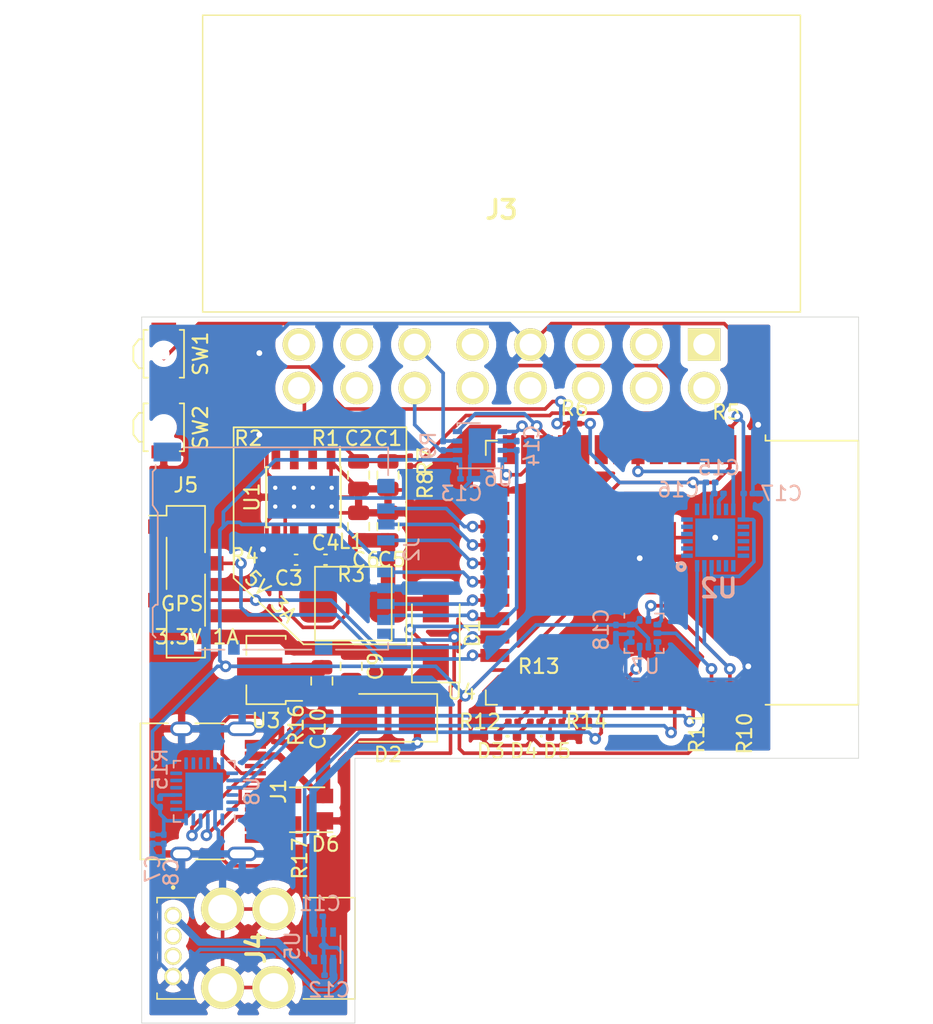
<source format=kicad_pcb>
(kicad_pcb (version 20171130) (host pcbnew 5.1.8)
  (layers (0 F.Cu signal) (31 B.Cu signal) (34 B.Paste user) (35 F.Paste user) (36 B.SilkS user) (37 F.SilkS user) (38 B.Mask user) (39 F.Mask user) (44 Edge.Cuts user))
  (net 0 "")
  (net 1 GND)
  (net 2 +BATT)
  (net 3 "Net-(C3-Pad1)")
  (net 4 "Net-(C4-Pad2)")
  (net 5 "Net-(C4-Pad1)")
  (net 6 "Net-(C5-Pad1)")
  (net 7 +5V)
  (net 8 +3V3)
  (net 9 +5VP)
  (net 10 +5VA)
  (net 11 SD_DAT0)
  (net 12 SD_CLK)
  (net 13 SD_CMD)
  (net 14 SD_DAT3)
  (net 15 SD_DAT2)
  (net 16 SD_DAT1)
  (net 17 CAN_L)
  (net 18 CAN_H)
  (net 19 "Net-(R1-Pad2)")
  (net 20 "Net-(R7-Pad2)")
  (net 21 UART_RX)
  (net 22 UART_TX)
  (net 23 CAN_RX)
  (net 24 CAN_SHDN)
  (net 25 CAN_TX)
  (net 26 USB_EN)
  (net 27 "Net-(R3-Pad1)")
  (net 28 "Net-(C16-Pad2)")
  (net 29 I2C0_SDA)
  (net 30 I2C0_SCL)
  (net 31 IMU_INT)
  (net 32 BARO_INT)
  (net 33 GPS_TX)
  (net 34 GPS_RX)
  (net 35 ESP32_EN)
  (net 36 ESP32_MISC)
  (net 37 "Net-(D3-Pad1)")
  (net 38 "Net-(D4-Pad1)")
  (net 39 "Net-(D5-Pad1)")
  (net 40 LED_R)
  (net 41 LED_G)
  (net 42 LED_B)
  (net 43 USB_D+)
  (net 44 USB_D-)
  (net 45 "Net-(J1-PadA5)")
  (net 46 "Net-(J1-PadB5)")
  (net 47 "Net-(R15-Pad2)")
  (module Resistor_SMD:R_0201_0603Metric (layer F.Cu) (at 206.502 99.634 90)
    (fp_text reference R17 (at 0 1.27 90) (layer F.SilkS))
    (fp_text value 5.1K)
    (pad 2 smd roundrect (at 0.32 0 90) (size 0.46 0.4) (layers F.Cu F.Mask) (net 1 GND))
    (pad 1 smd roundrect (at -0.32 0 90) (size 0.46 0.4) (layers F.Cu F.Mask) (net 46 "Net-(J1-PadB5)"))
  )
  (module Resistor_SMD:R_0201_0603Metric (layer F.Cu) (at 206.502 90.358 90)
    (fp_text reference R16 (at -0.066 1.016 90) (layer F.SilkS))
    (fp_text value 5.1K)
    (pad 2 smd roundrect (at 0.32 0 90) (size 0.46 0.4) (layers F.Cu F.Mask) (net 45 "Net-(J1-PadA5)"))
    (pad 1 smd roundrect (at -0.32 0 90) (size 0.46 0.4) (layers F.Cu F.Mask) (net 1 GND))
  )
  (module Connector_USB:USB_C_Receptacle_HRO_TYPE-C-31-M-12 (layer F.Cu) (at 200.66 94.996 270)
    (fp_text reference J1 (at 0 -5.645 90) (layer F.SilkS))
    (fp_text value USB_C_Receptacle_USB2.0)
    (pad B1 smd rect (at 3.25 -4.045 270) (size 0.6 1.45) (layers F.Cu F.Paste F.Mask) (net 1 GND))
    (pad A9 smd rect (at 2.45 -4.045 270) (size 0.6 1.45) (layers F.Cu F.Paste F.Mask) (net 10 +5VA))
    (pad B9 smd rect (at -2.45 -4.045 270) (size 0.6 1.45) (layers F.Cu F.Paste F.Mask) (net 10 +5VA))
    (pad B12 smd rect (at -3.25 -4.045 270) (size 0.6 1.45) (layers F.Cu F.Paste F.Mask) (net 1 GND))
    (pad A1 smd rect (at -3.25 -4.045 270) (size 0.6 1.45) (layers F.Cu F.Paste F.Mask) (net 1 GND))
    (pad A4 smd rect (at -2.45 -4.045 270) (size 0.6 1.45) (layers F.Cu F.Paste F.Mask) (net 10 +5VA))
    (pad B4 smd rect (at 2.45 -4.045 270) (size 0.6 1.45) (layers F.Cu F.Paste F.Mask) (net 10 +5VA))
    (pad A12 smd rect (at 3.25 -4.045 270) (size 0.6 1.45) (layers F.Cu F.Paste F.Mask) (net 1 GND))
    (pad B8 smd rect (at -1.75 -4.045 270) (size 0.3 1.45) (layers F.Cu F.Paste F.Mask))
    (pad A5 smd rect (at -1.25 -4.045 270) (size 0.3 1.45) (layers F.Cu F.Paste F.Mask) (net 45 "Net-(J1-PadA5)"))
    (pad B7 smd rect (at -0.75 -4.045 270) (size 0.3 1.45) (layers F.Cu F.Paste F.Mask) (net 44 USB_D-))
    (pad A7 smd rect (at 0.25 -4.045 270) (size 0.3 1.45) (layers F.Cu F.Paste F.Mask) (net 44 USB_D-))
    (pad B6 smd rect (at 0.75 -4.045 270) (size 0.3 1.45) (layers F.Cu F.Paste F.Mask) (net 43 USB_D+))
    (pad A8 smd rect (at 1.25 -4.045 270) (size 0.3 1.45) (layers F.Cu F.Paste F.Mask))
    (pad B5 smd rect (at 1.75 -4.045 270) (size 0.3 1.45) (layers F.Cu F.Paste F.Mask) (net 46 "Net-(J1-PadB5)"))
    (pad A6 smd rect (at -0.25 -4.045 270) (size 0.3 1.45) (layers F.Cu F.Paste F.Mask) (net 43 USB_D+))
    (pad S1 thru_hole oval (at 4.32 -3.13 270) (size 1 2.1) (drill oval 0.6 1.7) (layers *.Cu *.Mask) (net 1 GND))
    (pad S1 thru_hole oval (at -4.32 -3.13 270) (size 1 2.1) (drill oval 0.6 1.7) (layers *.Cu *.Mask) (net 1 GND))
    (pad "" np_thru_hole circle (at -2.89 -2.6 270) (size 0.65 0.65) (drill 0.65) (layers *.Cu *.Mask))
    (pad S1 thru_hole oval (at -4.32 1.05 270) (size 1 1.6) (drill oval 0.6 1.2) (layers *.Cu *.Mask) (net 1 GND))
    (pad "" np_thru_hole circle (at 2.89 -2.6 270) (size 0.65 0.65) (drill 0.65) (layers *.Cu *.Mask))
    (pad S1 thru_hole oval (at 4.32 1.05 270) (size 1 1.6) (drill oval 0.6 1.2) (layers *.Cu *.Mask) (net 1 GND))
  )
  (module Capacitor_SMD:C_0201_0603Metric (layer B.Cu) (at 197.612 98.298 270)
    (fp_text reference C7 (at 2.032 0 270) (layer B.SilkS) (effects (justify mirror)))
    (fp_text value 4.7µF)
    (pad 2 smd roundrect (at 0.32 0 270) (size 0.46 0.4) (layers B.Cu B.Mask) (net 1 GND))
    (pad 1 smd roundrect (at -0.32 0 270) (size 0.46 0.4) (layers B.Cu B.Mask) (net 8 +3V3))
  )
  (module Resistor_SMD:R_0201_0603Metric (layer B.Cu) (at 198.12 95.758 90)
    (fp_text reference R15 (at 2.286 0 270) (layer B.SilkS) (effects (justify mirror)))
    (fp_text value 1K)
    (pad 2 smd roundrect (at 0.32 0 90) (size 0.46 0.4) (layers B.Cu B.Mask) (net 47 "Net-(R15-Pad2)"))
    (pad 1 smd roundrect (at -0.32 0 90) (size 0.46 0.4) (layers B.Cu B.Mask) (net 8 +3V3))
  )
  (module Package_TO_SOT_SMD:SOT-143 (layer F.Cu) (at 208.28 96.266 180)
    (fp_text reference D6 (at -1.27 -2.38) (layer F.SilkS))
    (fp_text value SP0503BAHT)
    (pad 4 smd rect (at 1.1 -0.95 90) (size 1 1.4) (layers F.Cu F.Paste F.Mask) (net 43 USB_D+))
    (pad 3 smd rect (at 1.1 0.95 90) (size 1 1.4) (layers F.Cu F.Paste F.Mask) (net 44 USB_D-))
    (pad 2 smd rect (at -1.1 0.95 90) (size 1 1.4) (layers F.Cu F.Paste F.Mask) (net 10 +5VA))
    (pad 1 smd rect (at -1.1 -0.77 90) (size 1.2 1.4) (layers F.Cu F.Paste F.Mask) (net 1 GND))
  )
  (module Package_DFN_QFN:QFN-24-1EP_4x4mm_P0.5mm_EP2.6x2.6mm (layer B.Cu) (at 201.168 94.996 90)
    (fp_text reference U8 (at 0 3.3 90) (layer B.SilkS) (effects (justify mirror)))
    (fp_text value CP2102N-A01-GQFN24)
    (pad 25 smd rect (at 0 0 90) (size 2.6 2.6) (layers B.Cu B.Mask) (net 1 GND))
    (pad 24 smd roundrect (at -1.25 1.9375 90) (size 0.25 0.825) (layers B.Cu B.Paste B.Mask))
    (pad 23 smd roundrect (at -0.75 1.9375 90) (size 0.25 0.825) (layers B.Cu B.Paste B.Mask))
    (pad 22 smd roundrect (at -0.25 1.9375 90) (size 0.25 0.825) (layers B.Cu B.Paste B.Mask))
    (pad 21 smd roundrect (at 0.25 1.9375 90) (size 0.25 0.825) (layers B.Cu B.Paste B.Mask) (net 21 UART_RX))
    (pad 20 smd roundrect (at 0.75 1.9375 90) (size 0.25 0.825) (layers B.Cu B.Paste B.Mask) (net 22 UART_TX))
    (pad 19 smd roundrect (at 1.25 1.9375 90) (size 0.25 0.825) (layers B.Cu B.Paste B.Mask))
    (pad 18 smd roundrect (at 1.9375 1.25 90) (size 0.825 0.25) (layers B.Cu B.Paste B.Mask))
    (pad 17 smd roundrect (at 1.9375 0.75 90) (size 0.825 0.25) (layers B.Cu B.Paste B.Mask))
    (pad 16 smd roundrect (at 1.9375 0.25 90) (size 0.825 0.25) (layers B.Cu B.Paste B.Mask))
    (pad 15 smd roundrect (at 1.9375 -0.25 90) (size 0.825 0.25) (layers B.Cu B.Paste B.Mask))
    (pad 14 smd roundrect (at 1.9375 -0.75 90) (size 0.825 0.25) (layers B.Cu B.Paste B.Mask))
    (pad 13 smd roundrect (at 1.9375 -1.25 90) (size 0.825 0.25) (layers B.Cu B.Paste B.Mask))
    (pad 12 smd roundrect (at 1.25 -1.9375 90) (size 0.25 0.825) (layers B.Cu B.Paste B.Mask))
    (pad 11 smd roundrect (at 0.75 -1.9375 90) (size 0.25 0.825) (layers B.Cu B.Paste B.Mask))
    (pad 10 smd roundrect (at 0.25 -1.9375 90) (size 0.25 0.825) (layers B.Cu B.Paste B.Mask))
    (pad 9 smd roundrect (at -0.25 -1.9375 90) (size 0.25 0.825) (layers B.Cu B.Paste B.Mask) (net 47 "Net-(R15-Pad2)"))
    (pad 8 smd roundrect (at -0.75 -1.9375 90) (size 0.25 0.825) (layers B.Cu B.Paste B.Mask))
    (pad 7 smd roundrect (at -1.25 -1.9375 90) (size 0.25 0.825) (layers B.Cu B.Paste B.Mask))
    (pad 6 smd roundrect (at -1.9375 -1.25 90) (size 0.825 0.25) (layers B.Cu B.Paste B.Mask) (net 8 +3V3))
    (pad 5 smd roundrect (at -1.9375 -0.75 90) (size 0.825 0.25) (layers B.Cu B.Paste B.Mask) (net 8 +3V3))
    (pad 4 smd roundrect (at -1.9375 -0.25 90) (size 0.825 0.25) (layers B.Cu B.Paste B.Mask) (net 44 USB_D-))
    (pad 3 smd roundrect (at -1.9375 0.25 90) (size 0.825 0.25) (layers B.Cu B.Paste B.Mask) (net 43 USB_D+))
    (pad 2 smd roundrect (at -1.9375 0.75 90) (size 0.825 0.25) (layers B.Cu B.Paste B.Mask) (net 1 GND))
    (pad 1 smd roundrect (at -1.9375 1.25 90) (size 0.825 0.25) (layers B.Cu B.Paste B.Mask))
  )
  (module Capacitor_SMD:C_0201_0603Metric (layer B.Cu) (at 198.374 98.298 270)
    (fp_text reference C8 (at 2.286 -0.508 90) (layer B.SilkS) (effects (justify mirror)))
    (fp_text value 0.1µF)
    (pad 2 smd roundrect (at 0.32 0 270) (size 0.46 0.4) (layers B.Cu B.Mask) (net 1 GND))
    (pad 1 smd roundrect (at -0.32 0 270) (size 0.46 0.4) (layers B.Cu B.Mask) (net 8 +3V3))
  )
  (module Capacitor_SMD:C_0402_1005Metric (layer F.Cu) (at 209.55 78.994)
    (fp_text reference C4 (at 0 -1.16) (layer F.SilkS))
    (fp_text value 0.1µF)
    (pad 2 smd roundrect (at 0.48 0) (size 0.56 0.62) (layers F.Cu F.Paste F.Mask) (net 4 "Net-(C4-Pad2)"))
    (pad 1 smd roundrect (at -0.48 0) (size 0.56 0.62) (layers F.Cu F.Paste F.Mask) (net 5 "Net-(C4-Pad1)"))
  )
  (module Capacitor_SMD:C_0805_2012Metric (layer F.Cu) (at 211.328 86.36 270)
    (fp_text reference C9 (at 0 -1.68 90) (layer F.SilkS))
    (fp_text value 10µF)
    (pad 2 smd roundrect (at 0.95 0 270) (size 1 1.45) (layers F.Cu F.Paste F.Mask) (net 1 GND))
    (pad 1 smd roundrect (at -0.95 0 270) (size 1 1.45) (layers F.Cu F.Paste F.Mask) (net 7 +5V))
  )
  (module Package_TO_SOT_SMD:SOT-89-3 (layer F.Cu) (at 205.74 86.614 180)
    (fp_text reference U3 (at 0.3 -3.5) (layer F.SilkS))
    (fp_text value AZ1117C-3.3)
    (pad 2 smd custom (at -1.5625 0 180) (size 1.475 0.9) (layers F.Cu F.Paste F.Mask) (net 8 +3V3) (options (clearance outline) (anchor rect)) (primitives (gr_poly (pts (xy 0.7375 -0.8665) (xy 3.8625 -0.8665) (xy 3.8625 0.8665) (xy 0.7375 0.8665)) (width 0))))
    (pad 3 smd rect (at -1.65 1.5 180) (size 1.3 0.9) (layers F.Cu F.Paste F.Mask) (net 7 +5V))
    (pad 1 smd rect (at -1.65 -1.5 180) (size 1.3 0.9) (layers F.Cu F.Paste F.Mask) (net 1 GND))
  )
  (module Resistor_SMD:R_0201_0603Metric (layer F.Cu) (at 225.552 90.17)
    (fp_text reference R14 (at 2.032 0) (layer F.SilkS))
    (fp_text value 5R)
    (pad 2 smd roundrect (at 0.32 0) (size 0.46 0.4) (layers F.Cu F.Mask) (net 42 LED_B))
    (pad 1 smd roundrect (at -0.32 0) (size 0.46 0.4) (layers F.Cu F.Mask) (net 39 "Net-(D5-Pad1)"))
  )
  (module Resistor_SMD:R_0201_0603Metric (layer F.Cu) (at 224.028 90.17)
    (fp_text reference R13 (at 0.254 -3.81) (layer F.SilkS))
    (fp_text value 65R)
    (pad 2 smd roundrect (at 0.32 0) (size 0.46 0.4) (layers F.Cu F.Mask) (net 41 LED_G))
    (pad 1 smd roundrect (at -0.32 0) (size 0.46 0.4) (layers F.Cu F.Mask) (net 38 "Net-(D4-Pad1)"))
  )
  (module Resistor_SMD:R_0201_0603Metric (layer F.Cu) (at 222.504 90.17)
    (fp_text reference R12 (at -2.286 0) (layer F.SilkS))
    (fp_text value 65R)
    (pad 2 smd roundrect (at 0.32 0) (size 0.46 0.4) (layers F.Cu F.Mask) (net 40 LED_R))
    (pad 1 smd roundrect (at -0.32 0) (size 0.46 0.4) (layers F.Cu F.Mask) (net 37 "Net-(D3-Pad1)"))
  )
  (module LED_SMD:LED_0402_1005Metric (layer F.Cu) (at 225.552 91.186)
    (fp_text reference D5 (at 0 1.016) (layer F.SilkS))
    (fp_text value LED)
    (pad 2 smd roundrect (at 0.485 0) (size 0.59 0.64) (layers F.Cu F.Paste F.Mask) (net 1 GND))
    (pad 1 smd roundrect (at -0.485 0) (size 0.59 0.64) (layers F.Cu F.Paste F.Mask) (net 39 "Net-(D5-Pad1)"))
  )
  (module LED_SMD:LED_0402_1005Metric (layer F.Cu) (at 223.266 91.186)
    (fp_text reference D4 (at 0 1.016) (layer F.SilkS))
    (fp_text value LED)
    (pad 2 smd roundrect (at 0.485 0) (size 0.59 0.64) (layers F.Cu F.Paste F.Mask) (net 1 GND))
    (pad 1 smd roundrect (at -0.485 0) (size 0.59 0.64) (layers F.Cu F.Paste F.Mask) (net 38 "Net-(D4-Pad1)"))
  )
  (module LED_SMD:LED_0402_1005Metric (layer F.Cu) (at 220.98 91.186 180)
    (fp_text reference D3 (at 0 -1.016) (layer F.SilkS))
    (fp_text value LED)
    (pad 2 smd roundrect (at 0.485 0 180) (size 0.59 0.64) (layers F.Cu F.Paste F.Mask) (net 1 GND))
    (pad 1 smd roundrect (at -0.485 0 180) (size 0.59 0.64) (layers F.Cu F.Paste F.Mask) (net 37 "Net-(D3-Pad1)"))
  )
  (module Button_Switch_SMD:SW_SPST_B3U-3000P-B (layer F.Cu) (at 198.374 69.85 90)
    (fp_text reference SW2 (at 0 2.54 90) (layer F.SilkS))
    (fp_text value SW_Push)
    (pad "" np_thru_hole circle (at 0 0 90) (size 0.8 0.8) (drill 0.8) (layers *.Cu *.Mask))
    (pad 2 smd rect (at 1.7 0 90) (size 0.9 1.7) (layers F.Cu F.Paste F.Mask) (net 36 ESP32_MISC))
    (pad 1 smd rect (at -1.7 0 90) (size 0.9 1.7) (layers F.Cu F.Paste F.Mask) (net 1 GND))
  )
  (module Resistor_SMD:R_0201_0603Metric (layer F.Cu) (at 226.756 69.596)
    (fp_text reference R6 (at 0 -1.05) (layer F.SilkS))
    (fp_text value 100K)
    (pad 2 smd roundrect (at 0.32 0) (size 0.46 0.4) (layers F.Cu F.Mask) (net 8 +3V3))
    (pad 1 smd roundrect (at -0.32 0) (size 0.46 0.4) (layers F.Cu F.Mask) (net 36 ESP32_MISC))
  )
  (module Connector_PinSocket_2.54mm:PinSocket_1x04_P2.54mm_Vertical_SMD_Pin1Left (layer F.Cu) (at 199.898 80.518)
    (fp_text reference J5 (at 0 -6.68) (layer F.SilkS))
    (fp_text value Conn_01x04_Female)
    (pad 4 smd rect (at 1.65 3.81) (size 1.9 1) (layers F.Cu F.Paste F.Mask) (net 7 +5V))
    (pad 2 smd rect (at 1.65 -1.27) (size 1.9 1) (layers F.Cu F.Paste F.Mask) (net 33 GPS_TX))
    (pad 3 smd rect (at -1.65 1.27) (size 1.9 1) (layers F.Cu F.Paste F.Mask) (net 34 GPS_RX))
    (pad 1 smd rect (at -1.65 -3.81) (size 1.9 1) (layers F.Cu F.Paste F.Mask) (net 1 GND))
  )
  (module Resistor_SMD:R_0201_0603Metric (layer F.Cu) (at 211.328 78.994)
    (fp_text reference R3 (at 0 1.016) (layer F.SilkS))
    (fp_text value 100K)
    (pad 2 smd roundrect (at 0.32 0) (size 0.46 0.4) (layers F.Cu F.Mask) (net 6 "Net-(C5-Pad1)"))
    (pad 1 smd roundrect (at -0.32 0) (size 0.46 0.4) (layers F.Cu F.Mask) (net 27 "Net-(R3-Pad1)"))
  )
  (module Diode_SMD:D_SMA (layer F.Cu) (at 217.17 84.074 90)
    (fp_text reference D1 (at 0 2.54 90) (layer F.SilkS))
    (fp_text value D_Schottky)
    (pad 2 smd rect (at 2 0 90) (size 2.5 1.8) (layers F.Cu F.Paste F.Mask) (net 6 "Net-(C5-Pad1)"))
    (pad 1 smd rect (at -2 0 90) (size 2.5 1.8) (layers F.Cu F.Paste F.Mask) (net 7 +5V))
  )
  (module Package_SO:Texas_HSOP-8-1EP_3.9x4.9mm_P1.27mm_ThermalVias (layer F.Cu) (at 208.026 74.676 270)
    (fp_text reference U1 (at 0 3.556 90) (layer F.SilkS))
    (fp_text value LMR33630BDDA)
    (pad 9 thru_hole circle (at 0.65 1.95 270) (size 0.6 0.6) (drill 0.3) (layers *.Cu) (net 1 GND))
    (pad 9 thru_hole circle (at 0.65 0.65 270) (size 0.6 0.6) (drill 0.3) (layers *.Cu) (net 1 GND))
    (pad 9 thru_hole circle (at -0.65 0.65 270) (size 0.6 0.6) (drill 0.3) (layers *.Cu) (net 1 GND))
    (pad 9 thru_hole circle (at -0.65 1.95 270) (size 0.6 0.6) (drill 0.3) (layers *.Cu) (net 1 GND))
    (pad 9 thru_hole circle (at 0.65 -1.95 270) (size 0.6 0.6) (drill 0.3) (layers *.Cu) (net 1 GND))
    (pad 9 thru_hole circle (at 0.65 -0.65 270) (size 0.6 0.6) (drill 0.3) (layers *.Cu) (net 1 GND))
    (pad 9 thru_hole circle (at -0.65 -0.65 270) (size 0.6 0.6) (drill 0.3) (layers *.Cu) (net 1 GND))
    (pad 9 thru_hole circle (at -0.65 -1.95 270) (size 0.6 0.6) (drill 0.3) (layers *.Cu) (net 1 GND))
    (pad 8 smd rect (at 2.7 -1.905 270) (size 1.55 0.6) (layers F.Cu F.Paste F.Mask) (net 4 "Net-(C4-Pad2)"))
    (pad 7 smd rect (at 2.7 -0.635 270) (size 1.55 0.6) (layers F.Cu F.Paste F.Mask) (net 5 "Net-(C4-Pad1)"))
    (pad 6 smd rect (at 2.7 0.635 270) (size 1.55 0.6) (layers F.Cu F.Paste F.Mask) (net 3 "Net-(C3-Pad1)"))
    (pad 5 smd rect (at 2.7 1.905 270) (size 1.55 0.6) (layers F.Cu F.Paste F.Mask) (net 27 "Net-(R3-Pad1)"))
    (pad 4 smd rect (at -2.7 1.905 270) (size 1.55 0.6) (layers F.Cu F.Paste F.Mask))
    (pad 3 smd rect (at -2.7 0.635 270) (size 1.55 0.6) (layers F.Cu F.Paste F.Mask) (net 19 "Net-(R1-Pad2)"))
    (pad 2 smd rect (at -2.7 -0.635 270) (size 1.55 0.6) (layers F.Cu F.Paste F.Mask) (net 2 +BATT))
    (pad 1 smd rect (at -2.7 -1.905 270) (size 1.55 0.6) (layers F.Cu F.Paste F.Mask) (net 1 GND))
    (pad 9 smd rect (at 0 0 270) (size 2.95 4.9) (layers B.Cu) (net 1 GND))
    (pad 9 smd rect (at 0 0 270) (size 2.95 4.9) (layers F.Cu) (net 1 GND))
  )
  (module TDK_SPM5030:TDK_SPM5030 (layer F.Cu) (at 211.328 78.232 180)
    (fp_text reference L1 (at 0 0.5) (layer F.SilkS))
    (fp_text value 2.2µH)
    (pad 2 smd roundrect (at 2.286 -3.81 180) (size 2.6 2.6) (layers F.Cu F.Paste F.Mask) (net 4 "Net-(C4-Pad2)"))
    (pad 1 smd roundrect (at -2.54 -3.81 180) (size 2.6 2.6) (layers F.Cu F.Paste F.Mask) (net 6 "Net-(C5-Pad1)"))
  )
  (module Resistor_SMD:R_0201_0603Metric (layer F.Cu) (at 237.49 90.424 90)
    (fp_text reference R11 (at -0.508 -2.286 90) (layer F.SilkS))
    (fp_text value 4K7)
    (pad 2 smd roundrect (at 0.32 0 90) (size 0.46 0.4) (layers F.Cu F.Mask) (net 30 I2C0_SCL))
    (pad 1 smd roundrect (at -0.32 0 90) (size 0.46 0.4) (layers F.Cu F.Mask) (net 8 +3V3))
  )
  (module Resistor_SMD:R_0201_0603Metric (layer F.Cu) (at 236.22 90.424 270)
    (fp_text reference R10 (at 0.574 -2.286 90) (layer F.SilkS))
    (fp_text value 4K7)
    (pad 2 smd roundrect (at 0.32 0 270) (size 0.46 0.4) (layers F.Cu F.Mask) (net 8 +3V3))
    (pad 1 smd roundrect (at -0.32 0 270) (size 0.46 0.4) (layers F.Cu F.Mask) (net 29 I2C0_SDA))
  )
  (module Resistor_SMD:R_0201_0603Metric (layer B.Cu) (at 217.678 71.12 270)
    (fp_text reference R9 (at 0 1.016 90) (layer B.SilkS) (effects (justify mirror)))
    (fp_text value 120R)
    (pad 2 smd roundrect (at 0.32 0 270) (size 0.46 0.4) (layers B.Cu B.Mask) (net 17 CAN_L))
    (pad 1 smd roundrect (at -0.32 0 270) (size 0.46 0.4) (layers B.Cu B.Mask) (net 18 CAN_H))
  )
  (module Resistor_SMD:R_0201_0603Metric (layer F.Cu) (at 215.392 73.848 270)
    (fp_text reference R8 (at 0 -1.05 90) (layer F.SilkS))
    (fp_text value 27K)
    (pad 2 smd roundrect (at 0.32 0 270) (size 0.46 0.4) (layers F.Cu F.Mask) (net 1 GND))
    (pad 1 smd roundrect (at -0.32 0 270) (size 0.46 0.4) (layers F.Cu F.Mask) (net 20 "Net-(R7-Pad2)"))
  )
  (module Resistor_SMD:R_0201_0603Metric (layer F.Cu) (at 215.392 72.202 270)
    (fp_text reference R7 (at 0 -1.05 90) (layer F.SilkS))
    (fp_text value 100K)
    (pad 2 smd roundrect (at 0.32 0 270) (size 0.46 0.4) (layers F.Cu F.Mask) (net 20 "Net-(R7-Pad2)"))
    (pad 1 smd roundrect (at -0.32 0 270) (size 0.46 0.4) (layers F.Cu F.Mask) (net 2 +BATT))
  )
  (module Resistor_SMD:R_0201_0603Metric (layer F.Cu) (at 237.236 69.85)
    (fp_text reference R5 (at 0 -1.05) (layer F.SilkS))
    (fp_text value 100K)
    (pad 2 smd roundrect (at 0.32 0) (size 0.46 0.4) (layers F.Cu F.Mask) (net 8 +3V3))
    (pad 1 smd roundrect (at -0.32 0) (size 0.46 0.4) (layers F.Cu F.Mask) (net 35 ESP32_EN))
  )
  (module Resistor_SMD:R_0201_0603Metric (layer F.Cu) (at 205.74 78.994)
    (fp_text reference R4 (at -1.778 -0.254) (layer F.SilkS))
    (fp_text value 24.9K)
    (pad 2 smd roundrect (at 0.32 0) (size 0.46 0.4) (layers F.Cu F.Mask) (net 27 "Net-(R3-Pad1)"))
    (pad 1 smd roundrect (at -0.32 0) (size 0.46 0.4) (layers F.Cu F.Mask) (net 1 GND))
  )
  (module Resistor_SMD:R_0201_0603Metric (layer F.Cu) (at 206.248 70.358 180)
    (fp_text reference R2 (at 2.032 -0.254) (layer F.SilkS))
    (fp_text value 100K)
    (pad 2 smd roundrect (at 0.32 0 180) (size 0.46 0.4) (layers F.Cu F.Mask) (net 1 GND))
    (pad 1 smd roundrect (at -0.32 0 180) (size 0.46 0.4) (layers F.Cu F.Mask) (net 19 "Net-(R1-Pad2)"))
  )
  (module Resistor_SMD:R_0201_0603Metric (layer F.Cu) (at 207.772 70.358 180)
    (fp_text reference R1 (at -1.778 -0.254) (layer F.SilkS))
    (fp_text value 876K)
    (pad 2 smd roundrect (at 0.32 0 180) (size 0.46 0.4) (layers F.Cu F.Mask) (net 19 "Net-(R1-Pad2)"))
    (pad 1 smd roundrect (at -0.32 0 180) (size 0.46 0.4) (layers F.Cu F.Mask) (net 2 +BATT))
  )
  (module Capacitor_SMD:C_0201_0603Metric (layer B.Cu) (at 229.616 83.82 90)
    (fp_text reference C18 (at 0 -1.016 90) (layer B.SilkS) (effects (justify mirror)))
    (fp_text value 0.1µF)
    (pad 2 smd roundrect (at 0.32 0 90) (size 0.46 0.4) (layers B.Cu B.Mask) (net 8 +3V3))
    (pad 1 smd roundrect (at -0.32 0 90) (size 0.46 0.4) (layers B.Cu B.Mask) (net 1 GND))
  )
  (module Capacitor_SMD:C_0201_0603Metric (layer B.Cu) (at 238.76 74.422 180)
    (fp_text reference C17 (at -2.286 0) (layer B.SilkS) (effects (justify mirror)))
    (fp_text value 0.1µF)
    (pad 2 smd roundrect (at 0.32 0 180) (size 0.46 0.4) (layers B.Cu B.Mask) (net 8 +3V3))
    (pad 1 smd roundrect (at -0.32 0 180) (size 0.46 0.4) (layers B.Cu B.Mask) (net 1 GND))
  )
  (module Capacitor_SMD:C_0201_0603Metric (layer B.Cu) (at 236.728 74.422)
    (fp_text reference C16 (at -2.794 -0.254) (layer B.SilkS) (effects (justify mirror)))
    (fp_text value 0.47µF)
    (pad 2 smd roundrect (at 0.32 0) (size 0.46 0.4) (layers B.Cu B.Mask) (net 28 "Net-(C16-Pad2)"))
    (pad 1 smd roundrect (at -0.32 0) (size 0.46 0.4) (layers B.Cu B.Mask) (net 1 GND))
  )
  (module Capacitor_SMD:C_0201_0603Metric (layer B.Cu) (at 236.154 73.66 180)
    (fp_text reference C15 (at -0.574 1.016) (layer B.SilkS) (effects (justify mirror)))
    (fp_text value 10nF)
    (pad 2 smd roundrect (at 0.32 0 180) (size 0.46 0.4) (layers B.Cu B.Mask) (net 8 +3V3))
    (pad 1 smd roundrect (at -0.32 0 180) (size 0.46 0.4) (layers B.Cu B.Mask) (net 1 GND))
  )
  (module Capacitor_SMD:C_0201_0603Metric (layer B.Cu) (at 222.758 71.12 90)
    (fp_text reference C14 (at 0 1.05 90) (layer B.SilkS) (effects (justify mirror)))
    (fp_text value 0.1µF)
    (pad 2 smd roundrect (at 0.32 0 90) (size 0.46 0.4) (layers B.Cu B.Mask) (net 1 GND))
    (pad 1 smd roundrect (at -0.32 0 90) (size 0.46 0.4) (layers B.Cu B.Mask) (net 7 +5V))
  )
  (module Capacitor_SMD:C_0201_0603Metric (layer B.Cu) (at 219.202 73.406 180)
    (fp_text reference C13 (at 0.254 -1.016) (layer B.SilkS) (effects (justify mirror)))
    (fp_text value 0.1µF)
    (pad 2 smd roundrect (at 0.32 0 180) (size 0.46 0.4) (layers B.Cu B.Mask) (net 8 +3V3))
    (pad 1 smd roundrect (at -0.32 0 180) (size 0.46 0.4) (layers B.Cu B.Mask) (net 1 GND))
  )
  (module Capacitor_SMD:C_0201_0603Metric (layer B.Cu) (at 209.804 107.696 180)
    (fp_text reference C12 (at 0 -1.016) (layer B.SilkS) (effects (justify mirror)))
    (fp_text value 0.1µF)
    (pad 2 smd roundrect (at 0.32 0 180) (size 0.46 0.4) (layers B.Cu B.Mask) (net 1 GND))
    (pad 1 smd roundrect (at -0.32 0 180) (size 0.46 0.4) (layers B.Cu B.Mask) (net 9 +5VP))
  )
  (module Capacitor_SMD:C_0201_0603Metric (layer B.Cu) (at 209.042 103.632)
    (fp_text reference C11 (at 0.127 -0.889) (layer B.SilkS) (effects (justify mirror)))
    (fp_text value 0.1µF)
    (pad 2 smd roundrect (at 0.32 0) (size 0.46 0.4) (layers B.Cu B.Mask) (net 1 GND))
    (pad 1 smd roundrect (at -0.32 0) (size 0.46 0.4) (layers B.Cu B.Mask) (net 7 +5V))
  )
  (module Capacitor_SMD:C_0402_1005Metric (layer F.Cu) (at 207.518 78.994 180)
    (fp_text reference C3 (at 0.508 -1.27) (layer F.SilkS))
    (fp_text value 1µF)
    (pad 2 smd roundrect (at 0.48 0 180) (size 0.56 0.62) (layers F.Cu F.Paste F.Mask) (net 1 GND))
    (pad 1 smd roundrect (at -0.48 0 180) (size 0.56 0.62) (layers F.Cu F.Paste F.Mask) (net 3 "Net-(C3-Pad1)"))
  )
  (module 67329-8040:673298040 (layer F.Cu) (at 199.018 103.584 90)
    (fp_text reference J4 (at -2.222 5.73 90) (layer F.SilkS) (effects (font (size 1.27 1.27) (thickness 0.254))))
    (fp_text value 67329-8040 hide)
    (pad MH4 thru_hole circle (at 0.46 6.96 180) (size 2.97 2.97) (drill 1.98) (layers *.Cu *.Mask F.SilkS) (net 1 GND))
    (pad MH3 thru_hole circle (at -4.96 6.96 180) (size 2.97 2.97) (drill 1.98) (layers *.Cu *.Mask F.SilkS) (net 1 GND))
    (pad MH2 thru_hole circle (at -4.96 3.42 180) (size 2.97 2.97) (drill 1.98) (layers *.Cu *.Mask F.SilkS) (net 1 GND))
    (pad MH1 thru_hole circle (at 0.46 3.42 180) (size 2.97 2.97) (drill 1.98) (layers *.Cu *.Mask F.SilkS) (net 1 GND))
    (pad 4 thru_hole circle (at -4.2 0 180) (size 1.2 1.2) (drill 0.85) (layers *.Cu *.Mask F.SilkS) (net 1 GND))
    (pad 3 thru_hole circle (at -2.8 0 180) (size 1.2 1.2) (drill 0.85) (layers *.Cu *.Mask F.SilkS))
    (pad 2 thru_hole circle (at -1.4 0 180) (size 1.2 1.2) (drill 0.85) (layers *.Cu *.Mask F.SilkS))
    (pad 1 thru_hole circle (at 0 0 180) (size 1.2 1.2) (drill 0.85) (layers *.Cu *.Mask F.SilkS) (net 9 +5VP))
  )
  (module Button_Switch_SMD:SW_SPST_B3U-3000P-B (layer F.Cu) (at 198.374 64.77 90)
    (fp_text reference SW1 (at 0 2.54 90) (layer F.SilkS))
    (fp_text value SW_Push)
    (pad "" np_thru_hole circle (at 0 0 90) (size 0.8 0.8) (drill 0.8) (layers *.Cu *.Mask))
    (pad 2 smd rect (at 1.7 0 90) (size 0.9 1.7) (layers F.Cu F.Paste F.Mask) (net 35 ESP32_EN))
    (pad 1 smd rect (at -1.7 0 90) (size 0.9 1.7) (layers F.Cu F.Paste F.Mask) (net 1 GND))
  )
  (module Package_TO_SOT_SMD:SOT-363_SC-70-6 (layer B.Cu) (at 209.423 105.664 90)
    (fp_text reference U5 (at 0 -2.159 270) (layer B.SilkS) (effects (justify mirror)))
    (fp_text value SiP32431DR3)
    (pad 6 smd rect (at 0.95 0.65 90) (size 0.65 0.4) (layers B.Cu B.Paste B.Mask))
    (pad 4 smd rect (at 0.95 -0.65 90) (size 0.65 0.4) (layers B.Cu B.Paste B.Mask) (net 7 +5V))
    (pad 2 smd rect (at -0.95 0 90) (size 0.65 0.4) (layers B.Cu B.Paste B.Mask) (net 1 GND))
    (pad 5 smd rect (at 0.95 0 90) (size 0.65 0.4) (layers B.Cu B.Paste B.Mask) (net 1 GND))
    (pad 3 smd rect (at -0.95 -0.65 90) (size 0.65 0.4) (layers B.Cu B.Paste B.Mask) (net 26 USB_EN))
    (pad 1 smd rect (at -0.95 0.65 90) (size 0.65 0.4) (layers B.Cu B.Paste B.Mask) (net 9 +5VP))
  )
  (module Package_LGA:ST_HLGA-10_2.5x2.5mm_P0.6mm_LayoutBorder3x2y (layer B.Cu) (at 231.557 84.074 270)
    (fp_text reference U7 (at 2.286 -0.091 180) (layer B.SilkS) (effects (justify mirror)))
    (fp_text value LPS25HB)
    (pad 10 smd roundrect (at -0.6 0.925 270) (size 0.4 0.55) (layers B.Cu B.Paste B.Mask) (net 8 +3V3))
    (pad 9 smd roundrect (at 0 0.925 270) (size 0.4 0.55) (layers B.Cu B.Paste B.Mask) (net 1 GND))
    (pad 8 smd roundrect (at 0.6 0.925 270) (size 0.4 0.55) (layers B.Cu B.Paste B.Mask) (net 1 GND))
    (pad 7 smd roundrect (at 0.925 0.3 270) (size 0.55 0.4) (layers B.Cu B.Paste B.Mask) (net 32 BARO_INT))
    (pad 6 smd roundrect (at 0.925 -0.3 270) (size 0.55 0.4) (layers B.Cu B.Paste B.Mask) (net 8 +3V3))
    (pad 5 smd roundrect (at 0.6 -0.925 270) (size 0.4 0.55) (layers B.Cu B.Paste B.Mask) (net 1 GND))
    (pad 4 smd roundrect (at 0 -0.925 270) (size 0.4 0.55) (layers B.Cu B.Paste B.Mask) (net 29 I2C0_SDA))
    (pad 3 smd roundrect (at -0.6 -0.925 270) (size 0.4 0.55) (layers B.Cu B.Paste B.Mask) (net 1 GND))
    (pad 2 smd roundrect (at -0.925 -0.3 270) (size 0.55 0.4) (layers B.Cu B.Paste B.Mask) (net 30 I2C0_SCL))
    (pad 1 smd roundrect (at -0.925 0.3 270) (size 0.55 0.4) (layers B.Cu B.Paste B.Mask) (net 8 +3V3))
  )
  (module OBD2:OBD2 (layer F.Cu) (at 235.712 64.135 180)
    (fp_text reference J3 (at 14 9.313) (layer F.SilkS) (effects (font (size 1.27 1.27) (thickness 0.254))))
    (fp_text value OBD2 hide)
    (pad 16 thru_hole circle (at 28 -3 270) (size 2.25 2.25) (drill 1.5) (layers *.Cu *.Mask F.SilkS) (net 2 +BATT))
    (pad 15 thru_hole circle (at 24 -3 270) (size 2.25 2.25) (drill 1.5) (layers *.Cu *.Mask F.SilkS))
    (pad 14 thru_hole circle (at 20 -3 270) (size 2.25 2.25) (drill 1.5) (layers *.Cu *.Mask F.SilkS) (net 17 CAN_L))
    (pad 13 thru_hole circle (at 16 -3 270) (size 2.25 2.25) (drill 1.5) (layers *.Cu *.Mask F.SilkS))
    (pad 12 thru_hole circle (at 12 -3 270) (size 2.25 2.25) (drill 1.5) (layers *.Cu *.Mask F.SilkS))
    (pad 11 thru_hole circle (at 8 -3 270) (size 2.25 2.25) (drill 1.5) (layers *.Cu *.Mask F.SilkS))
    (pad 10 thru_hole circle (at 4 -3 270) (size 2.25 2.25) (drill 1.5) (layers *.Cu *.Mask F.SilkS))
    (pad 9 thru_hole circle (at 0 -3 270) (size 2.25 2.25) (drill 1.5) (layers *.Cu *.Mask F.SilkS))
    (pad 8 thru_hole circle (at 28 0 270) (size 2.25 2.25) (drill 1.5) (layers *.Cu *.Mask F.SilkS))
    (pad 7 thru_hole circle (at 24 0 270) (size 2.25 2.25) (drill 1.5) (layers *.Cu *.Mask F.SilkS))
    (pad 6 thru_hole circle (at 20 0 270) (size 2.25 2.25) (drill 1.5) (layers *.Cu *.Mask F.SilkS) (net 18 CAN_H))
    (pad 5 thru_hole circle (at 16 0 270) (size 2.25 2.25) (drill 1.5) (layers *.Cu *.Mask F.SilkS))
    (pad 4 thru_hole circle (at 12 0 270) (size 2.25 2.25) (drill 1.5) (layers *.Cu *.Mask F.SilkS) (net 1 GND))
    (pad 3 thru_hole circle (at 8 0 270) (size 2.25 2.25) (drill 1.5) (layers *.Cu *.Mask F.SilkS))
    (pad 2 thru_hole circle (at 4 0 270) (size 2.25 2.25) (drill 1.5) (layers *.Cu *.Mask F.SilkS))
    (pad 1 thru_hole rect (at 0 0 270) (size 2.25 2.25) (drill 1.5) (layers *.Cu *.Mask F.SilkS))
  )
  (module ICM-20689:QFN50P400X400X95-25N-D (layer B.Cu) (at 236.474 77.47)
    (fp_text reference U2 (at 0.243 3.498) (layer B.SilkS) (effects (font (size 1.27 1.27) (thickness 0.254)) (justify mirror)))
    (fp_text value ICM-20689 hide)
    (pad 25 smd rect (at 0 0 270) (size 2.65 2.75) (layers B.Cu B.Paste B.Mask) (net 1 GND))
    (pad 24 smd rect (at -1.25 1.95) (size 0.3 0.8) (layers B.Cu B.Paste B.Mask) (net 29 I2C0_SDA))
    (pad 23 smd rect (at -0.75 1.95) (size 0.3 0.8) (layers B.Cu B.Paste B.Mask) (net 30 I2C0_SCL))
    (pad 22 smd rect (at -0.25 1.95) (size 0.3 0.8) (layers B.Cu B.Paste B.Mask) (net 8 +3V3))
    (pad 21 smd rect (at 0.25 1.95) (size 0.3 0.8) (layers B.Cu B.Paste B.Mask))
    (pad 20 smd rect (at 0.75 1.95) (size 0.3 0.8) (layers B.Cu B.Paste B.Mask))
    (pad 19 smd rect (at 1.25 1.95) (size 0.3 0.8) (layers B.Cu B.Paste B.Mask))
    (pad 18 smd rect (at 1.95 1.25 270) (size 0.3 0.8) (layers B.Cu B.Paste B.Mask))
    (pad 17 smd rect (at 1.95 0.75 270) (size 0.3 0.8) (layers B.Cu B.Paste B.Mask))
    (pad 16 smd rect (at 1.95 0.25 270) (size 0.3 0.8) (layers B.Cu B.Paste B.Mask))
    (pad 15 smd rect (at 1.95 -0.25 270) (size 0.3 0.8) (layers B.Cu B.Paste B.Mask))
    (pad 14 smd rect (at 1.95 -0.75 270) (size 0.3 0.8) (layers B.Cu B.Paste B.Mask))
    (pad 13 smd rect (at 1.95 -1.25 270) (size 0.3 0.8) (layers B.Cu B.Paste B.Mask) (net 8 +3V3))
    (pad 12 smd rect (at 1.25 -1.95) (size 0.3 0.8) (layers B.Cu B.Paste B.Mask) (net 31 IMU_INT))
    (pad 11 smd rect (at 0.75 -1.95) (size 0.3 0.8) (layers B.Cu B.Paste B.Mask))
    (pad 10 smd rect (at 0.25 -1.95) (size 0.3 0.8) (layers B.Cu B.Paste B.Mask) (net 28 "Net-(C16-Pad2)"))
    (pad 9 smd rect (at -0.25 -1.95) (size 0.3 0.8) (layers B.Cu B.Paste B.Mask) (net 1 GND))
    (pad 8 smd rect (at -0.75 -1.95) (size 0.3 0.8) (layers B.Cu B.Paste B.Mask) (net 8 +3V3))
    (pad 7 smd rect (at -1.25 -1.95) (size 0.3 0.8) (layers B.Cu B.Paste B.Mask))
    (pad 6 smd rect (at -1.95 -1.25 270) (size 0.3 0.8) (layers B.Cu B.Paste B.Mask))
    (pad 5 smd rect (at -1.95 -0.75 270) (size 0.3 0.8) (layers B.Cu B.Paste B.Mask))
    (pad 4 smd rect (at -1.95 -0.25 270) (size 0.3 0.8) (layers B.Cu B.Paste B.Mask))
    (pad 3 smd rect (at -1.95 0.25 270) (size 0.3 0.8) (layers B.Cu B.Paste B.Mask))
    (pad 2 smd rect (at -1.95 0.75 270) (size 0.3 0.8) (layers B.Cu B.Paste B.Mask))
    (pad 1 smd rect (at -1.95 1.25 270) (size 0.3 0.8) (layers B.Cu B.Paste B.Mask))
  )
  (module Package_DFN_QFN:DFN-8-1EP_3x3mm_P0.65mm_EP1.55x2.4mm (layer B.Cu) (at 220.218 71.12 180)
    (fp_text reference U6 (at -1.27 -2.286) (layer B.SilkS) (effects (justify mirror)))
    (fp_text value MCP2562-E-MF)
    (pad 9 smd rect (at 0 0 180) (size 1.55 2.4) (layers B.Cu B.Mask) (net 1 GND))
    (pad 8 smd rect (at 1.55 0.975 180) (size 0.65 0.35) (layers B.Cu B.Paste B.Mask) (net 24 CAN_SHDN))
    (pad 7 smd rect (at 1.55 0.325 180) (size 0.65 0.35) (layers B.Cu B.Paste B.Mask) (net 18 CAN_H))
    (pad 6 smd rect (at 1.55 -0.325 180) (size 0.65 0.35) (layers B.Cu B.Paste B.Mask) (net 17 CAN_L))
    (pad 5 smd rect (at 1.55 -0.975 180) (size 0.65 0.35) (layers B.Cu B.Paste B.Mask) (net 8 +3V3))
    (pad 4 smd rect (at -1.55 -0.975 180) (size 0.65 0.35) (layers B.Cu B.Paste B.Mask) (net 23 CAN_RX))
    (pad 3 smd rect (at -1.55 -0.325 180) (size 0.65 0.35) (layers B.Cu B.Paste B.Mask) (net 7 +5V))
    (pad 2 smd rect (at -1.55 0.325 180) (size 0.65 0.35) (layers B.Cu B.Paste B.Mask) (net 1 GND))
    (pad 1 smd rect (at -1.55 0.975 180) (size 0.65 0.35) (layers B.Cu B.Paste B.Mask) (net 25 CAN_TX))
  )
  (module RF_Module:ESP32-WROOM-32 (layer F.Cu) (at 230.505 79.892 270)
    (fp_text reference U4 (at 8.246 11.557) (layer F.SilkS))
    (fp_text value ESP32-WROOM-32)
    (pad 38 smd rect (at 8.5 -8.255 270) (size 2 0.9) (layers F.Cu F.Paste F.Mask) (net 1 GND))
    (pad 37 smd rect (at 8.5 -6.985 270) (size 2 0.9) (layers F.Cu F.Paste F.Mask) (net 30 I2C0_SCL))
    (pad 36 smd rect (at 8.5 -5.715 270) (size 2 0.9) (layers F.Cu F.Paste F.Mask) (net 29 I2C0_SDA))
    (pad 35 smd rect (at 8.5 -4.445 270) (size 2 0.9) (layers F.Cu F.Paste F.Mask) (net 22 UART_TX))
    (pad 34 smd rect (at 8.5 -3.175 270) (size 2 0.9) (layers F.Cu F.Paste F.Mask) (net 21 UART_RX))
    (pad 33 smd rect (at 8.5 -1.905 270) (size 2 0.9) (layers F.Cu F.Paste F.Mask))
    (pad 32 smd rect (at 8.5 -0.635 270) (size 2 0.9) (layers F.Cu F.Paste F.Mask))
    (pad 31 smd rect (at 8.5 0.635 270) (size 2 0.9) (layers F.Cu F.Paste F.Mask) (net 32 BARO_INT))
    (pad 30 smd rect (at 8.5 1.905 270) (size 2 0.9) (layers F.Cu F.Paste F.Mask) (net 26 USB_EN))
    (pad 29 smd rect (at 8.5 3.175 270) (size 2 0.9) (layers F.Cu F.Paste F.Mask))
    (pad 28 smd rect (at 8.5 4.445 270) (size 2 0.9) (layers F.Cu F.Paste F.Mask) (net 42 LED_B))
    (pad 27 smd rect (at 8.5 5.715 270) (size 2 0.9) (layers F.Cu F.Paste F.Mask) (net 41 LED_G))
    (pad 26 smd rect (at 8.5 6.985 270) (size 2 0.9) (layers F.Cu F.Paste F.Mask) (net 40 LED_R))
    (pad 25 smd rect (at 8.5 8.255 270) (size 2 0.9) (layers F.Cu F.Paste F.Mask))
    (pad 24 smd rect (at 5.715 9.255) (size 2 0.9) (layers F.Cu F.Paste F.Mask) (net 33 GPS_TX))
    (pad 23 smd rect (at 4.445 9.255) (size 2 0.9) (layers F.Cu F.Paste F.Mask) (net 34 GPS_RX))
    (pad 22 smd rect (at 3.175 9.255) (size 2 0.9) (layers F.Cu F.Paste F.Mask) (net 16 SD_DAT1))
    (pad 21 smd rect (at 1.905 9.255) (size 2 0.9) (layers F.Cu F.Paste F.Mask) (net 11 SD_DAT0))
    (pad 20 smd rect (at 0.635 9.255) (size 2 0.9) (layers F.Cu F.Paste F.Mask) (net 12 SD_CLK))
    (pad 19 smd rect (at -0.635 9.255) (size 2 0.9) (layers F.Cu F.Paste F.Mask) (net 13 SD_CMD))
    (pad 18 smd rect (at -1.905 9.255) (size 2 0.9) (layers F.Cu F.Paste F.Mask) (net 14 SD_DAT3))
    (pad 17 smd rect (at -3.175 9.255) (size 2 0.9) (layers F.Cu F.Paste F.Mask) (net 15 SD_DAT2))
    (pad 16 smd rect (at -4.445 9.255) (size 2 0.9) (layers F.Cu F.Paste F.Mask))
    (pad 15 smd rect (at -5.715 9.255) (size 2 0.9) (layers F.Cu F.Paste F.Mask) (net 1 GND))
    (pad 14 smd rect (at -8.5 8.255 270) (size 2 0.9) (layers F.Cu F.Paste F.Mask) (net 25 CAN_TX))
    (pad 13 smd rect (at -8.5 6.985 270) (size 2 0.9) (layers F.Cu F.Paste F.Mask) (net 23 CAN_RX))
    (pad 12 smd rect (at -8.5 5.715 270) (size 2 0.9) (layers F.Cu F.Paste F.Mask) (net 24 CAN_SHDN))
    (pad 11 smd rect (at -8.5 4.445 270) (size 2 0.9) (layers F.Cu F.Paste F.Mask) (net 36 ESP32_MISC))
    (pad 10 smd rect (at -8.5 3.175 270) (size 2 0.9) (layers F.Cu F.Paste F.Mask))
    (pad 9 smd rect (at -8.5 1.905 270) (size 2 0.9) (layers F.Cu F.Paste F.Mask))
    (pad 8 smd rect (at -8.5 0.635 270) (size 2 0.9) (layers F.Cu F.Paste F.Mask))
    (pad 7 smd rect (at -8.5 -0.635 270) (size 2 0.9) (layers F.Cu F.Paste F.Mask) (net 31 IMU_INT))
    (pad 6 smd rect (at -8.5 -1.905 270) (size 2 0.9) (layers F.Cu F.Paste F.Mask))
    (pad 5 smd rect (at -8.5 -3.175 270) (size 2 0.9) (layers F.Cu F.Paste F.Mask))
    (pad 4 smd rect (at -8.5 -4.445 270) (size 2 0.9) (layers F.Cu F.Paste F.Mask) (net 20 "Net-(R7-Pad2)"))
    (pad 3 smd rect (at -8.5 -5.715 270) (size 2 0.9) (layers F.Cu F.Paste F.Mask) (net 35 ESP32_EN))
    (pad 2 smd rect (at -8.5 -6.985 270) (size 2 0.9) (layers F.Cu F.Paste F.Mask) (net 8 +3V3))
    (pad 1 smd rect (at -8.5 -8.255 270) (size 2 0.9) (layers F.Cu F.Paste F.Mask) (net 1 GND))
    (pad 39 smd rect (at -1 -0.755 270) (size 5 5) (layers F.Cu F.Paste F.Mask) (net 1 GND))
  )
  (module Connector_Card:microSD_HC_Hirose_DM3AT-SF-PEJM5 (layer B.Cu) (at 205.994 78.232 90)
    (fp_text reference J2 (at -0.075 9.525 270) (layer B.SilkS) (effects (justify mirror)))
    (fp_text value Micro_SD_Card)
    (pad 11 smd rect (at 6.675 -7.375 90) (size 1.3 1.9) (layers B.Cu B.Paste B.Mask))
    (pad 11 smd rect (at -6.825 -6.925 90) (size 1 2.8) (layers B.Cu B.Paste B.Mask))
    (pad 10 smd rect (at -6.825 -2.775 90) (size 1 0.8) (layers B.Cu B.Paste B.Mask))
    (pad 11 smd rect (at -6.825 3.425 90) (size 1 1.2) (layers B.Cu B.Paste B.Mask))
    (pad 11 smd rect (at 4.325 7.725 90) (size 1 1.2) (layers B.Cu B.Paste B.Mask))
    (pad 7 smd rect (at -3.825 7.725 90) (size 0.7 1.2) (layers B.Cu B.Paste B.Mask) (net 11 SD_DAT0))
    (pad 6 smd rect (at -2.725 7.725 90) (size 0.7 1.2) (layers B.Cu B.Paste B.Mask) (net 1 GND))
    (pad 5 smd rect (at -1.625 7.725 90) (size 0.7 1.2) (layers B.Cu B.Paste B.Mask) (net 12 SD_CLK))
    (pad 4 smd rect (at -0.525 7.725 90) (size 0.7 1.2) (layers B.Cu B.Paste B.Mask) (net 8 +3V3))
    (pad 3 smd rect (at 0.575 7.725 90) (size 0.7 1.2) (layers B.Cu B.Paste B.Mask) (net 13 SD_CMD))
    (pad 2 smd rect (at 1.675 7.725 90) (size 0.7 1.2) (layers B.Cu B.Paste B.Mask) (net 14 SD_DAT3))
    (pad 1 smd rect (at 2.775 7.725 90) (size 0.7 1.2) (layers B.Cu B.Paste B.Mask) (net 15 SD_DAT2))
    (pad 8 smd rect (at -4.925 7.725 90) (size 0.7 1.2) (layers B.Cu B.Paste B.Mask) (net 16 SD_DAT1))
    (pad 9 smd rect (at -5.875 7.725 90) (size 0.7 1.2) (layers B.Cu B.Paste B.Mask) (net 1 GND))
  )
  (module Diode_SMD:D_SMA (layer F.Cu) (at 213.868 89.916 180)
    (fp_text reference D2 (at 0 -2.54) (layer F.SilkS))
    (fp_text value D_Schottky)
    (pad 2 smd rect (at 2 0 180) (size 2.5 1.8) (layers F.Cu F.Paste F.Mask) (net 10 +5VA))
    (pad 1 smd rect (at -2 0 180) (size 2.5 1.8) (layers F.Cu F.Paste F.Mask) (net 7 +5V))
  )
  (module Capacitor_SMD:C_0805_2012Metric (layer F.Cu) (at 209.296 87.376 270)
    (fp_text reference C10 (at 3.302 0.254 270) (layer F.SilkS))
    (fp_text value 22µF)
    (pad 2 smd roundrect (at 0.95 0 270) (size 1 1.45) (layers F.Cu F.Paste F.Mask) (net 1 GND))
    (pad 1 smd roundrect (at -0.95 0 270) (size 1 1.45) (layers F.Cu F.Paste F.Mask) (net 8 +3V3))
  )
  (module Capacitor_SMD:C_0805_2012Metric (layer F.Cu) (at 211.836 76.708 90)
    (fp_text reference C6 (at -2.286 0.508) (layer F.SilkS))
    (fp_text value 22µF)
    (pad 2 smd roundrect (at 0.95 0 90) (size 1 1.45) (layers F.Cu F.Paste F.Mask) (net 1 GND))
    (pad 1 smd roundrect (at -0.95 0 90) (size 1 1.45) (layers F.Cu F.Paste F.Mask) (net 6 "Net-(C5-Pad1)"))
  )
  (module Capacitor_SMD:C_0805_2012Metric (layer F.Cu) (at 213.868 76.708 90)
    (fp_text reference C5 (at -2.286 0.254) (layer F.SilkS))
    (fp_text value 22µF)
    (pad 2 smd roundrect (at 0.95 0 90) (size 1 1.45) (layers F.Cu F.Paste F.Mask) (net 1 GND))
    (pad 1 smd roundrect (at -0.95 0 90) (size 1 1.45) (layers F.Cu F.Paste F.Mask) (net 6 "Net-(C5-Pad1)"))
  )
  (module Capacitor_SMD:C_0805_2012Metric (layer F.Cu) (at 211.836 73.152 90)
    (fp_text reference C2 (at 2.54 0 180) (layer F.SilkS))
    (fp_text value 220nF)
    (pad 2 smd roundrect (at 0.95 0 90) (size 1 1.45) (layers F.Cu F.Paste F.Mask) (net 2 +BATT))
    (pad 1 smd roundrect (at -0.95 0 90) (size 1 1.45) (layers F.Cu F.Paste F.Mask) (net 1 GND))
  )
  (module Capacitor_SMD:C_0805_2012Metric (layer F.Cu) (at 213.868 73.152 270)
    (fp_text reference C1 (at -2.54 0 180) (layer F.SilkS))
    (fp_text value 10µF)
    (pad 2 smd roundrect (at 0.95 0 270) (size 1 1.45) (layers F.Cu F.Paste F.Mask) (net 1 GND))
    (pad 1 smd roundrect (at -0.95 0 270) (size 1 1.45) (layers F.Cu F.Paste F.Mask) (net 2 +BATT))
  )
  (gr_text GPS (at 199.644 82.042) (layer F.SilkS) (effects (font (size 1 1))))
  (gr_line (start 203.2 80.264) (end 208.026 84.836) (layer F.SilkS) (width 0.12))
  (gr_line (start 215.138 84.836) (end 208.026 84.836) (layer F.SilkS) (width 0.12))
  (gr_line (start 211.582 92.71) (end 246.38 92.71) (layer Edge.Cuts) (width 0.05))
  (gr_line (start 211.582 110.998) (end 211.582 92.71) (layer Edge.Cuts) (width 0.05))
  (gr_text "3.3V 1A" (at 200.66 84.328) (layer F.SilkS) (effects (font (size 1 1))))
  (gr_text "5V 3A" (at 205.74 81.534 315) (layer F.SilkS) (effects (font (size 1 1))))
  (gr_line (start 215.138 69.85) (end 203.2 69.85) (layer F.SilkS) (width 0.12))
  (gr_line (start 215.138 84.836) (end 215.138 69.85) (layer F.SilkS) (width 0.12))
  (gr_line (start 203.2 69.85) (end 203.2 80.264) (layer F.SilkS) (width 0.12))
  (gr_line (start 196.85 110.998) (end 196.85 62.23) (layer Edge.Cuts) (width 0.05))
  (gr_line (start 211.582 110.998) (end 196.85 110.998) (layer Edge.Cuts) (width 0.05))
  (gr_line (start 246.38 92.71) (end 246.38 62.23) (layer Edge.Cuts) (width 0.05))
  (gr_line (start 196.85 62.23) (end 246.38 62.23) (layer Edge.Cuts) (width 0.05))
  (segment (start 209.931 72.197) (end 211.836 74.102) (width 0.25) (layer F.Cu) (net 1))
  (segment (start 209.931 71.976) (end 209.931 72.197) (width 0.25) (layer F.Cu) (net 1))
  (segment (start 211.836 74.102) (end 213.868 74.102) (width 0.25) (layer F.Cu) (net 1))
  (segment (start 209.931 73.981) (end 209.976 74.026) (width 0.25) (layer F.Cu) (net 1))
  (segment (start 209.931 71.976) (end 209.931 73.981) (width 0.25) (layer F.Cu) (net 1))
  (segment (start 211.262 74.676) (end 211.836 74.102) (width 0.25) (layer F.Cu) (net 1))
  (segment (start 208.026 74.676) (end 211.262 74.676) (width 0.25) (layer F.Cu) (net 1))
  (segment (start 205.495999 70.790001) (end 205.495999 73.011001) (width 0.25) (layer F.Cu) (net 1))
  (segment (start 205.495999 73.011001) (end 207.160998 74.676) (width 0.25) (layer F.Cu) (net 1))
  (segment (start 205.928 70.358) (end 205.495999 70.790001) (width 0.25) (layer F.Cu) (net 1))
  (segment (start 209.108 75.758) (end 208.026 74.676) (width 0.25) (layer F.Cu) (net 1))
  (segment (start 211.836 75.758) (end 209.108 75.758) (width 0.25) (layer F.Cu) (net 1))
  (segment (start 213.868 75.758) (end 211.836 75.758) (width 0.25) (layer F.Cu) (net 1))
  (segment (start 213.868 74.102) (end 213.868 75.758) (width 0.25) (layer F.Cu) (net 1))
  (segment (start 205.495999 76.340999) (end 207.160998 74.676) (width 0.25) (layer F.Cu) (net 1))
  (segment (start 209.423 103.693) (end 209.362 103.632) (width 0.25) (layer B.Cu) (net 1))
  (segment (start 209.423 104.714) (end 209.423 103.693) (width 0.25) (layer B.Cu) (net 1))
  (segment (start 209.484 106.675) (end 209.423 106.614) (width 0.25) (layer B.Cu) (net 1))
  (segment (start 209.484 107.696) (end 209.484 106.675) (width 0.25) (layer B.Cu) (net 1))
  (segment (start 209.423 105.791) (end 209.423 104.714) (width 0.25) (layer B.Cu) (net 1))
  (segment (start 209.423 106.614) (end 209.423 105.791) (width 0.25) (layer B.Cu) (net 1))
  (segment (start 210.360002 105.791) (end 209.423 105.791) (width 0.25) (layer B.Cu) (net 1))
  (segment (start 210.67901 106.110008) (end 210.360002 105.791) (width 0.25) (layer B.Cu) (net 1))
  (segment (start 210.67901 107.972048) (end 210.67901 106.110008) (width 0.25) (layer B.Cu) (net 1))
  (segment (start 208.788 108.712) (end 209.939058 108.712) (width 0.25) (layer B.Cu) (net 1))
  (segment (start 205.994 105.918) (end 208.788 108.712) (width 0.25) (layer B.Cu) (net 1))
  (segment (start 200.884 105.918) (end 205.994 105.918) (width 0.25) (layer B.Cu) (net 1))
  (segment (start 209.939058 108.712) (end 210.67901 107.972048) (width 0.25) (layer B.Cu) (net 1))
  (segment (start 199.018 107.784) (end 200.884 105.918) (width 0.25) (layer B.Cu) (net 1))
  (segment (start 239.44401 70.70799) (end 238.76 71.392) (width 0.25) (layer F.Cu) (net 1))
  (segment (start 237.097001 62.684999) (end 239.44401 65.032008) (width 0.25) (layer F.Cu) (net 1))
  (segment (start 225.162001 62.684999) (end 237.097001 62.684999) (width 0.25) (layer F.Cu) (net 1))
  (segment (start 223.712 64.135) (end 225.162001 62.684999) (width 0.25) (layer F.Cu) (net 1))
  (segment (start 222.261999 62.684999) (end 207.718999 62.684999) (width 0.25) (layer B.Cu) (net 1))
  (segment (start 223.712 64.135) (end 222.261999 62.684999) (width 0.25) (layer B.Cu) (net 1))
  (via (at 204.978 70.358) (size 0.8) (drill 0.4) (layers F.Cu B.Cu) (net 1))
  (segment (start 204.978 64.722998) (end 204.978 70.358) (width 0.25) (layer B.Cu) (net 1))
  (segment (start 207.015999 62.684999) (end 204.978 64.722998) (width 0.25) (layer B.Cu) (net 1))
  (segment (start 207.718999 62.684999) (end 207.015999 62.684999) (width 0.25) (layer B.Cu) (net 1))
  (segment (start 204.978 70.358) (end 205.928 70.358) (width 0.25) (layer F.Cu) (net 1))
  (segment (start 221.773 70.8) (end 221.768 70.795) (width 0.25) (layer B.Cu) (net 1))
  (segment (start 222.758 70.8) (end 221.773 70.8) (width 0.25) (layer B.Cu) (net 1))
  (segment (start 219.522 71.816) (end 220.218 71.12) (width 0.25) (layer B.Cu) (net 1))
  (segment (start 219.522 73.406) (end 219.522 71.816) (width 0.25) (layer B.Cu) (net 1))
  (segment (start 220.543 70.795) (end 220.218 71.12) (width 0.25) (layer B.Cu) (net 1))
  (segment (start 221.768 70.795) (end 220.543 70.795) (width 0.25) (layer B.Cu) (net 1))
  (segment (start 219.522 73.606) (end 219.522 73.406) (width 0.25) (layer B.Cu) (net 1))
  (segment (start 208.082001 74.732001) (end 218.395999 74.732001) (width 0.25) (layer B.Cu) (net 1))
  (segment (start 218.395999 74.732001) (end 219.522 73.606) (width 0.25) (layer B.Cu) (net 1))
  (segment (start 208.026 74.676) (end 208.082001 74.732001) (width 0.25) (layer B.Cu) (net 1))
  (segment (start 213.943 74.177) (end 213.868 74.102) (width 0.25) (layer F.Cu) (net 1))
  (segment (start 221.25 74.177) (end 213.943 74.177) (width 0.25) (layer F.Cu) (net 1))
  (segment (start 207.160998 74.676) (end 208.026 74.676) (width 0.25) (layer F.Cu) (net 1))
  (segment (start 238.658 78.892) (end 238.76 78.994) (width 0.25) (layer F.Cu) (net 1))
  (segment (start 231.26 78.892) (end 238.658 78.892) (width 0.25) (layer F.Cu) (net 1))
  (segment (start 238.76 71.392) (end 238.76 78.994) (width 0.25) (layer F.Cu) (net 1))
  (segment (start 236.224 77.22) (end 236.224 75.52) (width 0.25) (layer B.Cu) (net 1))
  (segment (start 236.474 77.47) (end 236.224 77.22) (width 0.25) (layer B.Cu) (net 1))
  (segment (start 236.224 74.606) (end 236.408 74.422) (width 0.25) (layer B.Cu) (net 1))
  (segment (start 236.224 75.52) (end 236.224 74.606) (width 0.25) (layer B.Cu) (net 1))
  (segment (start 236.408 73.726) (end 236.474 73.66) (width 0.25) (layer B.Cu) (net 1))
  (segment (start 236.408 74.422) (end 236.408 73.726) (width 0.25) (layer B.Cu) (net 1))
  (via (at 239.44401 69.67399) (size 0.8) (drill 0.4) (layers F.Cu B.Cu) (net 1))
  (segment (start 239.08 70.038) (end 239.44401 69.67399) (width 0.25) (layer B.Cu) (net 1))
  (segment (start 239.08 74.422) (end 239.08 70.038) (width 0.25) (layer B.Cu) (net 1))
  (segment (start 239.44401 69.67399) (end 239.44401 70.70799) (width 0.25) (layer F.Cu) (net 1))
  (segment (start 239.44401 65.032008) (end 239.44401 69.67399) (width 0.25) (layer F.Cu) (net 1))
  (via (at 231.26 78.892) (size 0.8) (drill 0.4) (layers F.Cu B.Cu) (net 1))
  (segment (start 232.749233 80.381233) (end 231.26 78.892) (width 0.25) (layer B.Cu) (net 1))
  (segment (start 232.749233 83.206767) (end 232.749233 80.381233) (width 0.25) (layer B.Cu) (net 1))
  (segment (start 232.482 83.474) (end 232.749233 83.206767) (width 0.25) (layer B.Cu) (net 1))
  (segment (start 230.566 84.14) (end 230.632 84.074) (width 0.25) (layer B.Cu) (net 1))
  (segment (start 229.616 84.14) (end 230.566 84.14) (width 0.25) (layer B.Cu) (net 1))
  (segment (start 230.632 84.074) (end 230.632 84.674) (width 0.25) (layer B.Cu) (net 1))
  (segment (start 231.35888 87.259328) (end 232.482 86.136208) (width 0.25) (layer B.Cu) (net 1))
  (segment (start 230.285878 86.882328) (end 230.662878 87.259328) (width 0.25) (layer B.Cu) (net 1))
  (segment (start 230.357 84.674) (end 230.285878 84.745122) (width 0.25) (layer B.Cu) (net 1))
  (segment (start 230.632 84.674) (end 230.357 84.674) (width 0.25) (layer B.Cu) (net 1))
  (segment (start 230.285878 84.745122) (end 230.285878 86.882328) (width 0.25) (layer B.Cu) (net 1))
  (segment (start 232.482 86.136208) (end 232.482 84.674) (width 0.25) (layer B.Cu) (net 1))
  (via (at 236.474 77.47) (size 0.8) (drill 0.4) (layers F.Cu B.Cu) (net 1))
  (segment (start 232.682 77.47) (end 231.26 78.892) (width 0.25) (layer F.Cu) (net 1))
  (segment (start 236.474 77.47) (end 232.682 77.47) (width 0.25) (layer F.Cu) (net 1))
  (via (at 238.76 86.36) (size 0.8) (drill 0.4) (layers F.Cu B.Cu) (net 1))
  (segment (start 238.76 86.36) (end 238.76 88.392) (width 0.25) (layer F.Cu) (net 1))
  (segment (start 237.860672 87.259328) (end 238.76 86.36) (width 0.25) (layer B.Cu) (net 1))
  (segment (start 238.76 78.994) (end 238.76 86.36) (width 0.25) (layer F.Cu) (net 1))
  (segment (start 230.875672 87.259328) (end 231.35888 87.259328) (width 0.25) (layer B.Cu) (net 1))
  (segment (start 230.875672 87.259328) (end 237.860672 87.259328) (width 0.25) (layer B.Cu) (net 1))
  (segment (start 230.662878 87.259328) (end 230.875672 87.259328) (width 0.25) (layer B.Cu) (net 1))
  (segment (start 205.978 103.124) (end 202.438 103.124) (width 0.25) (layer F.Cu) (net 1))
  (segment (start 202.438 103.124) (end 202.438 108.544) (width 0.25) (layer F.Cu) (net 1))
  (segment (start 202.438 108.544) (end 205.978 108.544) (width 0.25) (layer F.Cu) (net 1))
  (segment (start 213.719 80.957) (end 207.912749 80.957) (width 0.25) (layer B.Cu) (net 1))
  (segment (start 198.248 76.708) (end 203.663749 76.708) (width 0.25) (layer F.Cu) (net 1))
  (segment (start 207.912749 80.957) (end 205.234812 78.279063) (width 0.25) (layer B.Cu) (net 1))
  (segment (start 205.495999 78.017876) (end 205.234812 78.279063) (width 0.25) (layer F.Cu) (net 1))
  (via (at 205.234812 78.279063) (size 0.8) (drill 0.4) (layers F.Cu B.Cu) (net 1))
  (segment (start 205.495999 76.340999) (end 205.495999 78.017876) (width 0.25) (layer F.Cu) (net 1))
  (segment (start 203.663749 76.708) (end 205.234812 78.279063) (width 0.25) (layer F.Cu) (net 1))
  (segment (start 198.374 66.47) (end 198.96 66.47) (width 0.25) (layer F.Cu) (net 1))
  (via (at 204.978 64.722998) (size 0.8) (drill 0.4) (layers F.Cu B.Cu) (net 1))
  (segment (start 200.707002 64.722998) (end 204.978 64.722998) (width 0.25) (layer F.Cu) (net 1))
  (segment (start 198.96 66.47) (end 200.707002 64.722998) (width 0.25) (layer F.Cu) (net 1))
  (segment (start 203.786 71.55) (end 204.978 70.358) (width 0.25) (layer F.Cu) (net 1))
  (segment (start 198.374 71.55) (end 203.786 71.55) (width 0.25) (layer F.Cu) (net 1))
  (segment (start 223.751 91.506) (end 223.751 91.186) (width 0.25) (layer F.Cu) (net 1))
  (segment (start 223.42599 91.83101) (end 223.751 91.506) (width 0.25) (layer F.Cu) (net 1))
  (segment (start 220.82001 91.83101) (end 223.42599 91.83101) (width 0.25) (layer F.Cu) (net 1))
  (segment (start 220.495 91.506) (end 220.82001 91.83101) (width 0.25) (layer F.Cu) (net 1))
  (segment (start 220.495 91.186) (end 220.495 91.506) (width 0.25) (layer F.Cu) (net 1))
  (segment (start 226.037 91.506) (end 226.037 91.186) (width 0.25) (layer F.Cu) (net 1))
  (segment (start 225.71199 91.83101) (end 226.037 91.506) (width 0.25) (layer F.Cu) (net 1))
  (segment (start 224.39601 91.83101) (end 225.71199 91.83101) (width 0.25) (layer F.Cu) (net 1))
  (segment (start 223.751 91.186) (end 224.39601 91.83101) (width 0.25) (layer F.Cu) (net 1))
  (segment (start 221.539999 87.066999) (end 223.085001 87.066999) (width 0.25) (layer F.Cu) (net 1))
  (segment (start 223.085001 87.066999) (end 231.26 78.892) (width 0.25) (layer F.Cu) (net 1))
  (segment (start 220.495 88.111998) (end 221.539999 87.066999) (width 0.25) (layer F.Cu) (net 1))
  (segment (start 220.495 91.186) (end 220.495 88.111998) (width 0.25) (layer F.Cu) (net 1))
  (segment (start 210.312 88.326) (end 211.328 87.31) (width 0.25) (layer F.Cu) (net 1))
  (segment (start 209.296 88.326) (end 210.312 88.326) (width 0.25) (layer F.Cu) (net 1))
  (segment (start 207.39 88.114) (end 209.254 88.114) (width 0.25) (layer F.Cu) (net 1))
  (segment (start 209.254 88.114) (end 209.296 88.156) (width 0.25) (layer F.Cu) (net 1))
  (segment (start 209.296 88.156) (end 209.296 88.326) (width 0.25) (layer F.Cu) (net 1))
  (segment (start 218.222999 84.545002) (end 218.44 84.328001) (width 0.25) (layer B.Cu) (net 1))
  (segment (start 214.157002 84.545002) (end 218.222999 84.545002) (width 0.25) (layer B.Cu) (net 1))
  (segment (start 209.652501 104.608999) (end 211.1375 103.124) (width 0.25) (layer F.Cu) (net 1))
  (segment (start 205.978 103.124) (end 207.462999 104.608999) (width 0.25) (layer F.Cu) (net 1))
  (segment (start 213.719 84.107) (end 214.157002 84.545002) (width 0.25) (layer B.Cu) (net 1))
  (segment (start 207.462999 104.608999) (end 209.652501 104.608999) (width 0.25) (layer F.Cu) (net 1))
  (via (at 218.44 84.328001) (size 0.8) (drill 0.4) (layers F.Cu B.Cu) (net 1))
  (segment (start 205.495999 78.918001) (end 205.495999 76.340999) (width 0.25) (layer F.Cu) (net 1))
  (segment (start 205.42 78.994) (end 205.495999 78.918001) (width 0.25) (layer F.Cu) (net 1))
  (segment (start 206.765999 75.936001) (end 208.026 74.676) (width 0.25) (layer F.Cu) (net 1))
  (segment (start 206.765999 78.721999) (end 206.765999 75.936001) (width 0.25) (layer F.Cu) (net 1))
  (segment (start 207.038 78.994) (end 206.765999 78.721999) (width 0.25) (layer F.Cu) (net 1))
  (segment (start 201.918 95.746) (end 201.168 94.996) (width 0.25) (layer B.Cu) (net 1))
  (segment (start 201.918 96.9335) (end 201.918 95.746) (width 0.25) (layer B.Cu) (net 1))
  (segment (start 199.018 107.784) (end 198.092999 106.858999) (width 0.25) (layer B.Cu) (net 1))
  (segment (start 202.151662 98.396662) (end 202.151662 97.700658) (width 0.25) (layer B.Cu) (net 1))
  (segment (start 202.151662 97.700658) (end 201.918 97.466996) (width 0.25) (layer B.Cu) (net 1))
  (segment (start 198.092999 106.858999) (end 198.092999 102.455325) (width 0.25) (layer B.Cu) (net 1))
  (segment (start 201.918 97.466996) (end 201.918 96.9335) (width 0.25) (layer B.Cu) (net 1))
  (segment (start 197.612 98.618) (end 198.374 98.618) (width 0.25) (layer B.Cu) (net 1))
  (segment (start 198.280162 102.268162) (end 202.151662 98.396662) (width 0.25) (layer B.Cu) (net 1))
  (segment (start 198.374 102.174324) (end 198.280162 102.268162) (width 0.25) (layer B.Cu) (net 1))
  (segment (start 198.374 98.618) (end 198.374 102.174324) (width 0.25) (layer B.Cu) (net 1))
  (segment (start 198.092999 102.455325) (end 198.280162 102.268162) (width 0.25) (layer B.Cu) (net 1))
  (segment (start 205.434 91.746) (end 206.502 90.678) (width 0.25) (layer F.Cu) (net 1))
  (segment (start 204.705 91.746) (end 205.434 91.746) (width 0.25) (layer F.Cu) (net 1))
  (segment (start 205.434 98.246) (end 206.502 99.314) (width 0.25) (layer F.Cu) (net 1))
  (segment (start 204.705 98.246) (end 205.434 98.246) (width 0.25) (layer F.Cu) (net 1))
  (segment (start 210.955 97.036) (end 211.1375 97.2185) (width 0.25) (layer F.Cu) (net 1))
  (segment (start 209.38 97.036) (end 210.955 97.036) (width 0.25) (layer F.Cu) (net 1))
  (segment (start 211.1375 103.124) (end 211.1375 97.2185) (width 0.25) (layer F.Cu) (net 1))
  (segment (start 218.44 87.539002) (end 218.44 84.328001) (width 0.25) (layer F.Cu) (net 1))
  (segment (start 211.437022 92.35999) (end 218.186 92.35999) (width 0.25) (layer F.Cu) (net 1))
  (segment (start 218.186 87.793002) (end 218.44 87.539002) (width 0.25) (layer F.Cu) (net 1))
  (segment (start 211.1375 92.659512) (end 211.437022 92.35999) (width 0.25) (layer F.Cu) (net 1))
  (segment (start 218.186 92.35999) (end 218.186 87.793002) (width 0.25) (layer F.Cu) (net 1))
  (segment (start 211.1375 97.2185) (end 211.1375 92.659512) (width 0.25) (layer F.Cu) (net 1))
  (segment (start 202.438 100.668) (end 203.79 99.316) (width 0.5) (layer B.Cu) (net 1))
  (segment (start 202.438 103.124) (end 202.438 100.668) (width 0.5) (layer B.Cu) (net 1))
  (segment (start 213.868 72.202) (end 211.836 72.202) (width 0.25) (layer F.Cu) (net 2))
  (segment (start 208.661 70.951) (end 208.661 71.976) (width 0.25) (layer F.Cu) (net 2))
  (segment (start 208.736001 70.875999) (end 208.661 70.951) (width 0.25) (layer F.Cu) (net 2))
  (segment (start 210.509999 70.875999) (end 208.736001 70.875999) (width 0.25) (layer F.Cu) (net 2))
  (segment (start 211.836 72.202) (end 210.509999 70.875999) (width 0.25) (layer F.Cu) (net 2))
  (segment (start 208.661 70.927) (end 208.092 70.358) (width 0.25) (layer F.Cu) (net 2))
  (segment (start 208.661 71.976) (end 208.661 70.927) (width 0.25) (layer F.Cu) (net 2))
  (segment (start 208.092 67.515) (end 208.092 70.358) (width 0.25) (layer F.Cu) (net 2))
  (segment (start 207.712 67.135) (end 208.092 67.515) (width 0.25) (layer F.Cu) (net 2))
  (segment (start 214.188 71.882) (end 215.392 71.882) (width 0.25) (layer F.Cu) (net 2))
  (segment (start 213.868 72.202) (end 214.188 71.882) (width 0.25) (layer F.Cu) (net 2))
  (segment (start 207.998 78.458) (end 207.998 78.994) (width 0.25) (layer F.Cu) (net 3))
  (segment (start 207.391 77.851) (end 207.998 78.458) (width 0.25) (layer F.Cu) (net 3))
  (segment (start 207.391 77.376) (end 207.391 77.851) (width 0.25) (layer F.Cu) (net 3))
  (segment (start 209.87 77.437) (end 209.931 77.376) (width 0.25) (layer F.Cu) (net 4))
  (segment (start 209.87 78.994) (end 209.87 77.437) (width 0.25) (layer F.Cu) (net 4))
  (segment (start 209.87 81.214) (end 209.042 82.042) (width 0.25) (layer F.Cu) (net 4))
  (segment (start 209.87 78.994) (end 209.87 81.214) (width 0.25) (layer F.Cu) (net 4))
  (segment (start 208.661 78.425) (end 209.23 78.994) (width 0.25) (layer F.Cu) (net 5))
  (segment (start 208.661 77.376) (end 208.661 78.425) (width 0.25) (layer F.Cu) (net 5))
  (segment (start 213.868 82.042) (end 213.868 77.658) (width 1) (layer F.Cu) (net 6))
  (segment (start 213.868 77.658) (end 211.836 77.658) (width 1) (layer F.Cu) (net 6))
  (segment (start 217.138 82.042) (end 217.17 82.074) (width 1) (layer F.Cu) (net 6))
  (segment (start 213.868 82.042) (end 217.138 82.042) (width 1) (layer F.Cu) (net 6))
  (segment (start 211.648 77.846) (end 211.836 77.658) (width 0.25) (layer F.Cu) (net 6))
  (segment (start 211.648 78.994) (end 211.648 77.846) (width 0.25) (layer F.Cu) (net 6))
  (segment (start 208.722 104.663) (end 208.773 104.714) (width 0.25) (layer B.Cu) (net 7))
  (segment (start 208.722 103.632) (end 208.722 104.663) (width 0.25) (layer B.Cu) (net 7))
  (segment (start 222.753 71.445) (end 222.758 71.44) (width 0.25) (layer B.Cu) (net 7))
  (segment (start 221.768 71.445) (end 222.753 71.445) (width 0.25) (layer B.Cu) (net 7))
  (segment (start 211.328 85.41) (end 211.032 85.114) (width 1) (layer F.Cu) (net 7))
  (segment (start 211.032 85.114) (end 207.39 85.114) (width 1) (layer F.Cu) (net 7))
  (segment (start 222.758 71.44) (end 222.758 82.296) (width 0.25) (layer B.Cu) (net 7))
  (segment (start 222.758 82.296) (end 221.488 83.566) (width 0.25) (layer B.Cu) (net 7))
  (segment (start 221.451009 83.602991) (end 215.609009 83.602991) (width 0.25) (layer B.Cu) (net 7))
  (via (at 215.392 83.82) (size 0.8) (drill 0.4) (layers F.Cu B.Cu) (net 7))
  (segment (start 215.609009 83.602991) (end 215.392 83.82) (width 0.25) (layer B.Cu) (net 7))
  (segment (start 221.488 83.566) (end 221.451009 83.602991) (width 0.25) (layer B.Cu) (net 7))
  (segment (start 217.17 85.598) (end 217.17 86.074) (width 0.25) (layer F.Cu) (net 7))
  (segment (start 215.392 83.82) (end 217.17 85.598) (width 0.25) (layer F.Cu) (net 7))
  (segment (start 216.506 85.41) (end 217.17 86.074) (width 1) (layer F.Cu) (net 7))
  (segment (start 211.328 85.41) (end 216.506 85.41) (width 1) (layer F.Cu) (net 7))
  (segment (start 206.604 84.328) (end 207.39 85.114) (width 1) (layer F.Cu) (net 7))
  (segment (start 201.548 84.328) (end 206.604 84.328) (width 1) (layer F.Cu) (net 7))
  (segment (start 215.868 87.376) (end 217.17 86.074) (width 1) (layer F.Cu) (net 7))
  (segment (start 215.868 89.916) (end 215.868 87.376) (width 1) (layer F.Cu) (net 7))
  (segment (start 215.586968 91.948) (end 215.9 91.634968) (width 0.5) (layer B.Cu) (net 7))
  (segment (start 208.68199 94.938245) (end 211.672235 91.948) (width 0.5) (layer B.Cu) (net 7))
  (via (at 215.9 91.634968) (size 0.8) (drill 0.4) (layers F.Cu B.Cu) (net 7))
  (segment (start 211.672235 91.948) (end 215.586968 91.948) (width 0.5) (layer B.Cu) (net 7))
  (segment (start 208.68199 104.62299) (end 208.68199 94.938245) (width 0.5) (layer B.Cu) (net 7))
  (segment (start 208.773 104.714) (end 208.68199 104.62299) (width 0.5) (layer B.Cu) (net 7))
  (segment (start 215.9 89.948) (end 215.868 89.916) (width 0.5) (layer F.Cu) (net 7))
  (segment (start 215.9 91.634968) (end 215.9 89.948) (width 0.5) (layer F.Cu) (net 7))
  (segment (start 237.556 71.326) (end 237.49 71.392) (width 0.25) (layer F.Cu) (net 8))
  (segment (start 237.556 69.85) (end 237.556 71.326) (width 0.25) (layer F.Cu) (net 8))
  (segment (start 218.882 72.309) (end 218.668 72.095) (width 0.25) (layer B.Cu) (net 8))
  (segment (start 218.882 73.406) (end 218.882 72.309) (width 0.25) (layer B.Cu) (net 8))
  (segment (start 202.493999 75.697999) (end 202.493999 76.708) (width 0.25) (layer B.Cu) (net 8))
  (segment (start 206.096998 72.095) (end 202.493999 75.697999) (width 0.25) (layer B.Cu) (net 8))
  (segment (start 218.668 72.095) (end 206.096998 72.095) (width 0.25) (layer B.Cu) (net 8))
  (segment (start 202.493999 76.708) (end 202.78489 76.417109) (width 0.25) (layer B.Cu) (net 8))
  (segment (start 203.762673 76.552835) (end 210.664835 76.552835) (width 0.25) (layer B.Cu) (net 8))
  (segment (start 210.664835 76.552835) (end 212.869 78.757) (width 0.25) (layer B.Cu) (net 8))
  (segment (start 203.626947 76.417109) (end 203.762673 76.552835) (width 0.25) (layer B.Cu) (net 8))
  (segment (start 212.869 78.757) (end 213.719 78.757) (width 0.25) (layer B.Cu) (net 8))
  (segment (start 202.78489 76.417109) (end 203.626947 76.417109) (width 0.25) (layer B.Cu) (net 8))
  (segment (start 237.49 90.744) (end 236.22 90.744) (width 0.25) (layer F.Cu) (net 8))
  (segment (start 236.472 73.66) (end 237.49 72.642) (width 0.25) (layer F.Cu) (net 8))
  (segment (start 237.49 72.642) (end 237.49 71.392) (width 0.25) (layer F.Cu) (net 8))
  (segment (start 235.712 73.66) (end 236.472 73.66) (width 0.25) (layer F.Cu) (net 8))
  (via (at 237.998 69.088) (size 0.8) (drill 0.4) (layers F.Cu B.Cu) (net 8))
  (segment (start 238.424 69.514) (end 237.998 69.088) (width 0.25) (layer B.Cu) (net 8))
  (segment (start 238.424 76.22) (end 238.424 69.514) (width 0.25) (layer B.Cu) (net 8))
  (segment (start 237.998 69.408) (end 237.556 69.85) (width 0.25) (layer F.Cu) (net 8))
  (segment (start 237.998 69.088) (end 237.998 69.408) (width 0.25) (layer F.Cu) (net 8))
  (segment (start 235.724 73.77) (end 235.834 73.66) (width 0.25) (layer B.Cu) (net 8))
  (segment (start 235.724 75.52) (end 235.724 73.77) (width 0.25) (layer B.Cu) (net 8))
  (via (at 234.95 73.66) (size 0.8) (drill 0.4) (layers F.Cu B.Cu) (net 8))
  (segment (start 235.834 73.66) (end 234.95 73.66) (width 0.25) (layer B.Cu) (net 8))
  (segment (start 234.95 73.66) (end 235.712 73.66) (width 0.25) (layer F.Cu) (net 8))
  (segment (start 236.224 80.07) (end 236.224 79.42) (width 0.25) (layer B.Cu) (net 8))
  (segment (start 236.299001 80.145001) (end 236.224 80.07) (width 0.25) (layer B.Cu) (net 8))
  (segment (start 238.134001 80.145001) (end 236.299001 80.145001) (width 0.25) (layer B.Cu) (net 8))
  (segment (start 239.149001 79.130001) (end 238.134001 80.145001) (width 0.25) (layer B.Cu) (net 8))
  (segment (start 239.149001 76.295001) (end 239.149001 79.130001) (width 0.25) (layer B.Cu) (net 8))
  (segment (start 239.074 76.22) (end 239.149001 76.295001) (width 0.25) (layer B.Cu) (net 8))
  (segment (start 238.424 76.22) (end 239.074 76.22) (width 0.25) (layer B.Cu) (net 8))
  (segment (start 230.606 83.5) (end 230.632 83.474) (width 0.25) (layer B.Cu) (net 8))
  (segment (start 229.616 83.5) (end 230.606 83.5) (width 0.25) (layer B.Cu) (net 8))
  (segment (start 230.932 83.474) (end 231.257 83.149) (width 0.25) (layer B.Cu) (net 8))
  (segment (start 230.632 83.474) (end 230.932 83.474) (width 0.25) (layer B.Cu) (net 8))
  (segment (start 230.908058 83.474) (end 230.632 83.474) (width 0.25) (layer B.Cu) (net 8))
  (segment (start 231.857 84.422942) (end 230.908058 83.474) (width 0.25) (layer B.Cu) (net 8))
  (segment (start 231.857 84.999) (end 231.857 84.422942) (width 0.25) (layer B.Cu) (net 8))
  (segment (start 234.95 73.66) (end 229.87 73.66) (width 0.25) (layer B.Cu) (net 8))
  (via (at 227.838 69.596) (size 0.8) (drill 0.4) (layers F.Cu B.Cu) (net 8))
  (segment (start 227.838 71.628) (end 227.838 69.596) (width 0.25) (layer B.Cu) (net 8))
  (segment (start 229.87 73.66) (end 227.838 71.628) (width 0.25) (layer B.Cu) (net 8))
  (segment (start 227.838 69.596) (end 227.076 69.596) (width 0.25) (layer F.Cu) (net 8))
  (via (at 219.202 88.39199) (size 0.8) (drill 0.4) (layers F.Cu B.Cu) (net 8))
  (segment (start 218.802001 88.791989) (end 219.202 88.39199) (width 0.25) (layer F.Cu) (net 8))
  (segment (start 229.87 73.66) (end 226.06 77.47) (width 0.25) (layer F.Cu) (net 8))
  (segment (start 226.06 77.47) (end 226.06 82.832002) (width 0.25) (layer F.Cu) (net 8))
  (segment (start 220.977002 86.616988) (end 219.202 88.39199) (width 0.25) (layer F.Cu) (net 8))
  (segment (start 222.275014 86.616988) (end 220.977002 86.616988) (width 0.25) (layer F.Cu) (net 8))
  (segment (start 226.06 82.832002) (end 222.275014 86.616988) (width 0.25) (layer F.Cu) (net 8))
  (segment (start 234.95 73.66) (end 229.87 73.66) (width 0.25) (layer F.Cu) (net 8))
  (segment (start 229.616 83.5) (end 224.09399 83.5) (width 0.25) (layer B.Cu) (net 8))
  (segment (start 234.60401 92.35999) (end 219.10599 92.35999) (width 0.25) (layer F.Cu) (net 8))
  (segment (start 236.22 90.744) (end 234.60401 92.35999) (width 0.25) (layer F.Cu) (net 8))
  (segment (start 224.09399 83.5) (end 219.202 88.39199) (width 0.25) (layer B.Cu) (net 8))
  (segment (start 218.802 92.056) (end 218.802001 88.791989) (width 0.25) (layer F.Cu) (net 8))
  (segment (start 219.10599 92.35999) (end 218.802 92.056) (width 0.25) (layer F.Cu) (net 8))
  (segment (start 207.3025 86.614) (end 209.108 86.614) (width 1) (layer F.Cu) (net 8))
  (segment (start 209.108 86.614) (end 209.296 86.426) (width 1) (layer F.Cu) (net 8))
  (segment (start 202.493999 76.708) (end 202.248011 76.953988) (width 0.25) (layer B.Cu) (net 8))
  (via (at 202.64801 86.36) (size 0.8) (drill 0.4) (layers F.Cu B.Cu) (net 8))
  (segment (start 207.0485 86.36) (end 202.64801 86.36) (width 0.25) (layer F.Cu) (net 8))
  (segment (start 217.17001 86.36) (end 202.64801 86.36) (width 0.25) (layer B.Cu) (net 8))
  (segment (start 207.3025 86.614) (end 207.0485 86.36) (width 0.25) (layer F.Cu) (net 8))
  (segment (start 219.202 88.39199) (end 217.17001 86.36) (width 0.25) (layer B.Cu) (net 8))
  (segment (start 202.248011 76.953988) (end 202.248011 85.960001) (width 0.25) (layer B.Cu) (net 8))
  (segment (start 202.248011 85.960001) (end 202.64801 86.36) (width 0.25) (layer B.Cu) (net 8))
  (segment (start 199.898 97.028) (end 199.91 97.028) (width 0.25) (layer B.Cu) (net 8))
  (segment (start 198.586 97.028) (end 199.898 97.028) (width 0.25) (layer B.Cu) (net 8))
  (segment (start 198.12 96.012) (end 198.12 96.562) (width 0.25) (layer B.Cu) (net 8))
  (segment (start 202.082325 86.36) (end 202.64801 86.36) (width 0.25) (layer B.Cu) (net 8))
  (segment (start 197.59499 90.847335) (end 202.082325 86.36) (width 0.25) (layer B.Cu) (net 8))
  (segment (start 197.59499 95.75299) (end 197.59499 90.847335) (width 0.25) (layer B.Cu) (net 8))
  (segment (start 197.92 96.078) (end 197.59499 95.75299) (width 0.25) (layer B.Cu) (net 8))
  (segment (start 198.12 96.078) (end 197.92 96.078) (width 0.25) (layer B.Cu) (net 8))
  (segment (start 197.612 97.978) (end 198.374 97.978) (width 0.25) (layer B.Cu) (net 8))
  (segment (start 198.374 96.816) (end 198.353 96.795) (width 0.25) (layer B.Cu) (net 8))
  (segment (start 198.374 97.978) (end 198.374 96.816) (width 0.25) (layer B.Cu) (net 8))
  (segment (start 198.353 96.795) (end 198.586 97.028) (width 0.25) (layer B.Cu) (net 8))
  (segment (start 198.12 96.562) (end 198.353 96.795) (width 0.25) (layer B.Cu) (net 8))
  (segment (start 210.073 107.645) (end 210.124 107.696) (width 0.5) (layer B.Cu) (net 9))
  (segment (start 210.073 106.614) (end 210.073 107.645) (width 0.5) (layer B.Cu) (net 9))
  (segment (start 200.844 105.41) (end 199.018 103.584) (width 0.5) (layer B.Cu) (net 9))
  (segment (start 206.248 105.41) (end 200.844 105.41) (width 0.5) (layer B.Cu) (net 9))
  (segment (start 209.05901 108.22101) (end 206.248 105.41) (width 0.5) (layer B.Cu) (net 9))
  (segment (start 209.790048 108.22101) (end 209.05901 108.22101) (width 0.5) (layer B.Cu) (net 9))
  (segment (start 210.124 107.887058) (end 209.790048 108.22101) (width 0.5) (layer B.Cu) (net 9))
  (segment (start 210.124 107.696) (end 210.124 107.887058) (width 0.5) (layer B.Cu) (net 9))
  (segment (start 206.338 92.546) (end 204.705 92.546) (width 0.5) (layer F.Cu) (net 10))
  (segment (start 209.108 95.316) (end 206.338 92.546) (width 0.5) (layer F.Cu) (net 10))
  (segment (start 209.38 95.316) (end 209.108 95.316) (width 0.5) (layer F.Cu) (net 10))
  (segment (start 208.354999 95.391001) (end 208.43 95.316) (width 0.25) (layer F.Cu) (net 10))
  (segment (start 208.354999 97.826003) (end 208.354999 95.391001) (width 0.25) (layer F.Cu) (net 10))
  (segment (start 208.43 95.316) (end 209.38 95.316) (width 0.25) (layer F.Cu) (net 10))
  (segment (start 208.140001 98.041001) (end 208.354999 97.826003) (width 0.25) (layer F.Cu) (net 10))
  (segment (start 206.275001 98.041001) (end 208.140001 98.041001) (width 0.25) (layer F.Cu) (net 10))
  (segment (start 205.68 97.446) (end 206.275001 98.041001) (width 0.25) (layer F.Cu) (net 10))
  (segment (start 204.705 97.446) (end 205.68 97.446) (width 0.25) (layer F.Cu) (net 10))
  (segment (start 209.38 92.404) (end 211.868 89.916) (width 1) (layer F.Cu) (net 10))
  (segment (start 209.38 95.316) (end 209.38 92.404) (width 1) (layer F.Cu) (net 10))
  (via (at 219.71 81.788) (size 0.8) (drill 0.4) (layers F.Cu B.Cu) (net 11))
  (segment (start 219.441 82.057) (end 219.71 81.788) (width 0.25) (layer B.Cu) (net 11))
  (segment (start 213.719 82.057) (end 219.441 82.057) (width 0.25) (layer B.Cu) (net 11))
  (segment (start 221.241 81.788) (end 221.25 81.797) (width 0.25) (layer F.Cu) (net 11))
  (segment (start 219.71 81.788) (end 221.241 81.788) (width 0.25) (layer F.Cu) (net 11))
  (segment (start 219.049 79.857) (end 219.71 80.518) (width 0.25) (layer B.Cu) (net 12))
  (via (at 219.71 80.518) (size 0.8) (drill 0.4) (layers F.Cu B.Cu) (net 12))
  (segment (start 213.719 79.857) (end 219.049 79.857) (width 0.25) (layer B.Cu) (net 12))
  (segment (start 221.241 80.518) (end 221.25 80.527) (width 0.25) (layer F.Cu) (net 12))
  (segment (start 219.71 80.518) (end 221.241 80.518) (width 0.25) (layer F.Cu) (net 12))
  (via (at 219.71 79.248) (size 0.8) (drill 0.4) (layers F.Cu B.Cu) (net 13))
  (segment (start 218.119 77.657) (end 219.71 79.248) (width 0.25) (layer B.Cu) (net 13))
  (segment (start 213.719 77.657) (end 218.119 77.657) (width 0.25) (layer B.Cu) (net 13))
  (segment (start 221.241 79.248) (end 221.25 79.257) (width 0.25) (layer F.Cu) (net 13))
  (segment (start 219.71 79.248) (end 221.241 79.248) (width 0.25) (layer F.Cu) (net 13))
  (via (at 219.71 77.978) (size 0.8) (drill 0.4) (layers F.Cu B.Cu) (net 14))
  (segment (start 218.289 76.557) (end 219.71 77.978) (width 0.25) (layer B.Cu) (net 14))
  (segment (start 213.719 76.557) (end 218.289 76.557) (width 0.25) (layer B.Cu) (net 14))
  (segment (start 221.241 77.978) (end 221.25 77.987) (width 0.25) (layer F.Cu) (net 14))
  (segment (start 219.71 77.978) (end 221.241 77.978) (width 0.25) (layer F.Cu) (net 14))
  (via (at 219.71 76.708) (size 0.8) (drill 0.4) (layers F.Cu B.Cu) (net 15))
  (segment (start 221.241 76.708) (end 221.25 76.717) (width 0.25) (layer F.Cu) (net 15))
  (segment (start 219.71 76.708) (end 221.241 76.708) (width 0.25) (layer F.Cu) (net 15))
  (segment (start 219.144315 76.708) (end 219.71 76.708) (width 0.25) (layer B.Cu) (net 15))
  (segment (start 213.719 75.457) (end 217.893315 75.457) (width 0.25) (layer B.Cu) (net 15))
  (segment (start 217.893315 75.457) (end 219.144315 76.708) (width 0.25) (layer B.Cu) (net 15))
  (segment (start 213.719 83.157) (end 214.03501 82.84099) (width 0.25) (layer B.Cu) (net 16))
  (segment (start 214.03501 82.84099) (end 219.71 82.84099) (width 0.25) (layer B.Cu) (net 16))
  (segment (start 219.93601 83.067) (end 219.71 82.84099) (width 0.25) (layer F.Cu) (net 16))
  (segment (start 221.25 83.067) (end 219.93601 83.067) (width 0.25) (layer F.Cu) (net 16))
  (via (at 219.71 82.84099) (size 0.8) (drill 0.4) (layers F.Cu B.Cu) (net 16))
  (segment (start 218.663 71.44) (end 218.668 71.445) (width 0.25) (layer B.Cu) (net 17))
  (segment (start 217.678 71.44) (end 218.663 71.44) (width 0.25) (layer B.Cu) (net 17))
  (segment (start 215.712 69.674) (end 215.712 67.135) (width 0.25) (layer B.Cu) (net 17))
  (segment (start 217.478 71.44) (end 215.712 69.674) (width 0.25) (layer B.Cu) (net 17))
  (segment (start 217.678 71.44) (end 217.478 71.44) (width 0.25) (layer B.Cu) (net 17))
  (segment (start 217.683 70.795) (end 217.678 70.8) (width 0.25) (layer B.Cu) (net 18))
  (segment (start 218.668 70.795) (end 217.683 70.795) (width 0.25) (layer B.Cu) (net 18))
  (segment (start 217.678 66.101) (end 215.712 64.135) (width 0.25) (layer B.Cu) (net 18))
  (segment (start 217.678 70.8) (end 217.678 66.101) (width 0.25) (layer B.Cu) (net 18))
  (segment (start 207.452 71.915) (end 207.391 71.976) (width 0.25) (layer F.Cu) (net 19))
  (segment (start 207.452 70.358) (end 207.452 71.915) (width 0.25) (layer F.Cu) (net 19))
  (segment (start 207.452 70.358) (end 206.568 70.358) (width 0.25) (layer F.Cu) (net 19))
  (segment (start 215.392 72.522) (end 215.392 73.528) (width 0.25) (layer F.Cu) (net 20))
  (segment (start 225.203999 68.870999) (end 233.678999 68.870999) (width 0.25) (layer F.Cu) (net 20))
  (segment (start 225.039986 69.035012) (end 225.203999 68.870999) (width 0.25) (layer F.Cu) (net 20))
  (segment (start 215.768 72.522) (end 219.254988 69.035012) (width 0.25) (layer F.Cu) (net 20))
  (segment (start 234.95 70.142) (end 234.95 71.392) (width 0.25) (layer F.Cu) (net 20))
  (segment (start 215.392 72.522) (end 215.768 72.522) (width 0.25) (layer F.Cu) (net 20))
  (segment (start 219.254988 69.035012) (end 225.039986 69.035012) (width 0.25) (layer F.Cu) (net 20))
  (segment (start 233.678999 68.870999) (end 234.95 70.142) (width 0.25) (layer F.Cu) (net 20))
  (via (at 233.426 90.931986) (size 0.8) (drill 0.4) (layers F.Cu B.Cu) (net 21))
  (segment (start 233.68 88.392) (end 233.68 90.677986) (width 0.25) (layer F.Cu) (net 21))
  (segment (start 233.68 90.677986) (end 233.426 90.931986) (width 0.25) (layer F.Cu) (net 21))
  (segment (start 203.2 94.742) (end 203.83641 94.742) (width 0.25) (layer B.Cu) (net 21))
  (segment (start 232.953957 90.459943) (end 233.426 90.931986) (width 0.25) (layer B.Cu) (net 21))
  (segment (start 208.118467 90.459943) (end 232.953957 90.459943) (width 0.25) (layer B.Cu) (net 21))
  (segment (start 203.83641 94.742) (end 208.118467 90.459943) (width 0.25) (layer B.Cu) (net 21))
  (via (at 234.696 90.17) (size 0.8) (drill 0.4) (layers F.Cu B.Cu) (net 22))
  (segment (start 234.95 89.916) (end 234.696 90.17) (width 0.25) (layer F.Cu) (net 22))
  (segment (start 234.95 88.392) (end 234.95 89.916) (width 0.25) (layer F.Cu) (net 22))
  (segment (start 203.454 94.234) (end 203.2 94.234) (width 0.25) (layer B.Cu) (net 22))
  (segment (start 203.708 94.234) (end 203.454 94.234) (width 0.25) (layer B.Cu) (net 22))
  (segment (start 208.171999 89.770001) (end 203.708 94.234) (width 0.25) (layer B.Cu) (net 22))
  (segment (start 234.296001 89.770001) (end 208.171999 89.770001) (width 0.25) (layer B.Cu) (net 22))
  (segment (start 234.696 90.17) (end 234.296001 89.770001) (width 0.25) (layer B.Cu) (net 22))
  (via (at 222.03299 73.126988) (size 0.8) (drill 0.4) (layers F.Cu B.Cu) (net 23))
  (segment (start 221.768 72.095) (end 221.768 72.861998) (width 0.25) (layer B.Cu) (net 23))
  (segment (start 221.768 72.861998) (end 222.03299 73.126988) (width 0.25) (layer B.Cu) (net 23))
  (segment (start 223.52 71.392) (end 223.52 72.642) (width 0.25) (layer F.Cu) (net 23))
  (segment (start 223.52 72.642) (end 223.035012 73.126988) (width 0.25) (layer F.Cu) (net 23))
  (segment (start 223.035012 73.126988) (end 222.03299 73.126988) (width 0.25) (layer F.Cu) (net 23))
  (via (at 224.140876 69.760022) (size 0.8) (drill 0.4) (layers F.Cu B.Cu) (net 24))
  (segment (start 219.902988 68.910012) (end 223.290866 68.910012) (width 0.25) (layer B.Cu) (net 24))
  (segment (start 218.668 70.145) (end 219.902988 68.910012) (width 0.25) (layer B.Cu) (net 24))
  (segment (start 224.79 71.392) (end 224.79 70.409146) (width 0.25) (layer F.Cu) (net 24))
  (segment (start 223.290866 68.910012) (end 224.140876 69.760022) (width 0.25) (layer B.Cu) (net 24))
  (segment (start 224.79 70.409146) (end 224.140876 69.760022) (width 0.25) (layer F.Cu) (net 24))
  (segment (start 221.768 70.145) (end 222.755885 70.145) (width 0.25) (layer B.Cu) (net 25))
  (via (at 223.12821 69.772675) (size 0.8) (drill 0.4) (layers F.Cu B.Cu) (net 25))
  (segment (start 222.755885 70.145) (end 223.12821 69.772675) (width 0.25) (layer B.Cu) (net 25))
  (segment (start 222.25 71.392) (end 222.25 70.650885) (width 0.25) (layer F.Cu) (net 25))
  (segment (start 222.25 70.650885) (end 223.12821 69.772675) (width 0.25) (layer F.Cu) (net 25))
  (segment (start 228.6 88.392) (end 228.6 90.94989) (width 0.25) (layer F.Cu) (net 26))
  (via (at 228.183879 91.366011) (size 0.8) (drill 0.4) (layers F.Cu B.Cu) (net 26))
  (segment (start 228.6 90.94989) (end 228.183879 91.366011) (width 0.25) (layer F.Cu) (net 26))
  (segment (start 208.773 106.614) (end 208.106979 105.947979) (width 0.25) (layer B.Cu) (net 26))
  (segment (start 208.10698 94.700067) (end 211.897097 90.90995) (width 0.25) (layer B.Cu) (net 26))
  (segment (start 208.106979 105.947979) (end 208.10698 94.700067) (width 0.25) (layer B.Cu) (net 26))
  (segment (start 211.897097 90.90995) (end 227.727818 90.90995) (width 0.25) (layer B.Cu) (net 26))
  (segment (start 227.727818 90.90995) (end 228.183879 91.366011) (width 0.25) (layer B.Cu) (net 26))
  (segment (start 206.121 78.933) (end 206.121 77.376) (width 0.25) (layer F.Cu) (net 27))
  (segment (start 206.06 78.994) (end 206.121 78.933) (width 0.25) (layer F.Cu) (net 27))
  (segment (start 206.444011 79.378011) (end 206.06 78.994) (width 0.25) (layer F.Cu) (net 27))
  (segment (start 206.444011 82.122885) (end 206.444011 79.378011) (width 0.25) (layer F.Cu) (net 27))
  (segment (start 207.988136 83.66701) (end 206.444011 82.122885) (width 0.25) (layer F.Cu) (net 27))
  (segment (start 210.095864 83.66701) (end 207.988136 83.66701) (width 0.25) (layer F.Cu) (net 27))
  (segment (start 211.074 82.688874) (end 210.095864 83.66701) (width 0.25) (layer F.Cu) (net 27))
  (segment (start 211.074 79.06) (end 211.074 82.688874) (width 0.25) (layer F.Cu) (net 27))
  (segment (start 211.008 78.994) (end 211.074 79.06) (width 0.25) (layer F.Cu) (net 27))
  (segment (start 237.048 74.613058) (end 237.048 74.422) (width 0.25) (layer B.Cu) (net 28))
  (segment (start 236.724 74.937058) (end 237.048 74.613058) (width 0.25) (layer B.Cu) (net 28))
  (segment (start 236.724 75.52) (end 236.724 74.937058) (width 0.25) (layer B.Cu) (net 28))
  (segment (start 236.22 88.392) (end 236.22 90.104) (width 0.25) (layer F.Cu) (net 29))
  (segment (start 232.482 84.074) (end 233.759682 84.074) (width 0.25) (layer B.Cu) (net 29))
  (segment (start 235.224 85.538318) (end 236.22 86.534318) (width 0.25) (layer B.Cu) (net 29))
  (segment (start 233.759682 84.074) (end 236.22 86.534318) (width 0.25) (layer B.Cu) (net 29))
  (via (at 236.22 86.534318) (size 0.8) (drill 0.4) (layers F.Cu B.Cu) (net 29))
  (segment (start 235.224 79.42) (end 235.224 85.538318) (width 0.25) (layer B.Cu) (net 29))
  (segment (start 236.22 88.392) (end 236.22 86.534318) (width 0.25) (layer F.Cu) (net 29))
  (segment (start 237.49 90.104) (end 237.49 88.392) (width 0.25) (layer F.Cu) (net 30))
  (via (at 232.024223 82.17724) (size 0.8) (drill 0.4) (layers F.Cu B.Cu) (net 30))
  (segment (start 231.857 83.149) (end 231.857 82.344463) (width 0.25) (layer B.Cu) (net 30))
  (segment (start 231.857 82.344463) (end 232.024223 82.17724) (width 0.25) (layer B.Cu) (net 30))
  (via (at 237.49 86.534318) (size 0.8) (drill 0.4) (layers F.Cu B.Cu) (net 30))
  (segment (start 233.132922 82.17724) (end 237.49 86.534318) (width 0.25) (layer F.Cu) (net 30))
  (segment (start 232.024223 82.17724) (end 233.132922 82.17724) (width 0.25) (layer F.Cu) (net 30))
  (segment (start 235.724 79.42) (end 235.724 84.768318) (width 0.25) (layer B.Cu) (net 30))
  (segment (start 237.49 88.392) (end 237.49 86.534318) (width 0.25) (layer F.Cu) (net 30))
  (segment (start 235.724 84.768318) (end 237.49 86.534318) (width 0.25) (layer B.Cu) (net 30))
  (via (at 231.14 72.898) (size 0.8) (drill 0.4) (layers F.Cu B.Cu) (net 31))
  (segment (start 231.14 71.392) (end 231.14 72.898) (width 0.25) (layer F.Cu) (net 31))
  (segment (start 237.724 72.898) (end 237.724 75.52) (width 0.25) (layer B.Cu) (net 31))
  (segment (start 231.14 72.898) (end 237.724 72.898) (width 0.25) (layer B.Cu) (net 31))
  (segment (start 231.257 86.288206) (end 231.010879 86.534327) (width 0.25) (layer B.Cu) (net 32))
  (segment (start 229.87 87.675206) (end 231.010879 86.534327) (width 0.25) (layer F.Cu) (net 32))
  (segment (start 229.87 88.392) (end 229.87 87.675206) (width 0.25) (layer F.Cu) (net 32))
  (via (at 231.010879 86.534327) (size 0.8) (drill 0.4) (layers F.Cu B.Cu) (net 32))
  (segment (start 231.257 84.999) (end 231.257 86.288206) (width 0.25) (layer B.Cu) (net 32))
  (via (at 219.71 85.598) (size 0.8) (drill 0.4) (layers F.Cu B.Cu) (net 33))
  (segment (start 219.719 85.607) (end 219.71 85.598) (width 0.25) (layer F.Cu) (net 33))
  (segment (start 221.25 85.607) (end 219.719 85.607) (width 0.25) (layer F.Cu) (net 33))
  (segment (start 201.548 79.248) (end 203.708 79.248) (width 0.25) (layer F.Cu) (net 33))
  (via (at 203.708 79.248) (size 0.8) (drill 0.4) (layers F.Cu B.Cu) (net 33))
  (segment (start 203.708 82.296) (end 203.708 79.248) (width 0.25) (layer B.Cu) (net 33))
  (segment (start 219.71 85.598) (end 219.456 85.852) (width 0.25) (layer B.Cu) (net 33))
  (segment (start 210.312 82.804) (end 204.216 82.804) (width 0.25) (layer B.Cu) (net 33))
  (segment (start 219.456 85.852) (end 213.36 85.852) (width 0.25) (layer B.Cu) (net 33))
  (segment (start 204.216 82.804) (end 203.708 82.296) (width 0.25) (layer B.Cu) (net 33))
  (segment (start 213.36 85.852) (end 210.312 82.804) (width 0.25) (layer B.Cu) (net 33))
  (via (at 219.71 84.328) (size 0.8) (drill 0.4) (layers F.Cu B.Cu) (net 34))
  (segment (start 219.719 84.337) (end 219.71 84.328) (width 0.25) (layer F.Cu) (net 34))
  (segment (start 221.25 84.337) (end 219.719 84.337) (width 0.25) (layer F.Cu) (net 34))
  (segment (start 204.723978 81.788) (end 204.724 81.787978) (width 0.25) (layer F.Cu) (net 34))
  (segment (start 198.248 81.788) (end 204.723978 81.788) (width 0.25) (layer F.Cu) (net 34))
  (via (at 204.724 81.787978) (size 0.8) (drill 0.4) (layers F.Cu B.Cu) (net 34))
  (segment (start 218.984998 85.053002) (end 213.197412 85.053002) (width 0.25) (layer B.Cu) (net 34))
  (segment (start 213.197412 85.053002) (end 209.932388 81.787978) (width 0.25) (layer B.Cu) (net 34))
  (segment (start 219.71 84.328) (end 218.984998 85.053002) (width 0.25) (layer B.Cu) (net 34))
  (segment (start 209.932388 81.787978) (end 204.724 81.787978) (width 0.25) (layer B.Cu) (net 34))
  (segment (start 236.22 70.546) (end 236.916 69.85) (width 0.25) (layer F.Cu) (net 35))
  (segment (start 236.22 71.392) (end 236.22 70.546) (width 0.25) (layer F.Cu) (net 35))
  (segment (start 200.791001 62.684999) (end 198.374 65.102) (width 0.25) (layer F.Cu) (net 35))
  (segment (start 220.926999 62.684999) (end 200.791001 62.684999) (width 0.25) (layer F.Cu) (net 35))
  (segment (start 221.742 63.5) (end 220.926999 62.684999) (width 0.25) (layer F.Cu) (net 35))
  (segment (start 221.742 64.77) (end 221.742 63.5) (width 0.25) (layer F.Cu) (net 35))
  (segment (start 232.463001 65.585001) (end 222.557001 65.585001) (width 0.25) (layer F.Cu) (net 35))
  (segment (start 222.557001 65.585001) (end 221.742 64.77) (width 0.25) (layer F.Cu) (net 35))
  (segment (start 233.68 67.564) (end 233.68 66.802) (width 0.25) (layer F.Cu) (net 35))
  (segment (start 233.68 66.802) (end 232.463001 65.585001) (width 0.25) (layer F.Cu) (net 35))
  (segment (start 235.966 69.85) (end 233.68 67.564) (width 0.25) (layer F.Cu) (net 35))
  (segment (start 236.916 69.85) (end 235.966 69.85) (width 0.25) (layer F.Cu) (net 35))
  (via (at 225.806 68.072) (size 0.8) (drill 0.4) (layers F.Cu B.Cu) (net 36))
  (via (at 225.552 69.596) (size 0.8) (drill 0.4) (layers F.Cu B.Cu) (net 36))
  (segment (start 225.806 68.072) (end 225.806 69.342) (width 0.25) (layer B.Cu) (net 36))
  (segment (start 225.806 69.342) (end 225.552 69.596) (width 0.25) (layer B.Cu) (net 36))
  (segment (start 226.436 69.596) (end 225.552 69.596) (width 0.25) (layer F.Cu) (net 36))
  (segment (start 210.825001 68.585001) (end 224.727314 68.585001) (width 0.25) (layer F.Cu) (net 36))
  (segment (start 209.55 67.31) (end 210.825001 68.585001) (width 0.25) (layer F.Cu) (net 36))
  (segment (start 209.55 66.826998) (end 209.55 67.31) (width 0.25) (layer F.Cu) (net 36))
  (segment (start 225.240315 68.072) (end 225.806 68.072) (width 0.25) (layer F.Cu) (net 36))
  (segment (start 208.408001 65.684999) (end 209.55 66.826998) (width 0.25) (layer F.Cu) (net 36))
  (segment (start 201.939001 65.684999) (end 208.408001 65.684999) (width 0.25) (layer F.Cu) (net 36))
  (segment (start 199.474 68.15) (end 201.939001 65.684999) (width 0.25) (layer F.Cu) (net 36))
  (segment (start 224.727314 68.585001) (end 225.240315 68.072) (width 0.25) (layer F.Cu) (net 36))
  (segment (start 198.374 68.15) (end 199.474 68.15) (width 0.25) (layer F.Cu) (net 36))
  (segment (start 226.06 69.972) (end 226.436 69.596) (width 0.25) (layer F.Cu) (net 36))
  (segment (start 226.06 71.392) (end 226.06 69.972) (width 0.25) (layer F.Cu) (net 36))
  (segment (start 221.465 90.889) (end 222.184 90.17) (width 0.25) (layer F.Cu) (net 37))
  (segment (start 221.465 91.186) (end 221.465 90.889) (width 0.25) (layer F.Cu) (net 37))
  (segment (start 222.781 91.097) (end 222.781 91.186) (width 0.25) (layer F.Cu) (net 38))
  (segment (start 223.708 90.17) (end 222.781 91.097) (width 0.25) (layer F.Cu) (net 38))
  (segment (start 225.067 90.335) (end 225.232 90.17) (width 0.25) (layer F.Cu) (net 39))
  (segment (start 225.067 91.186) (end 225.067 90.335) (width 0.25) (layer F.Cu) (net 39))
  (segment (start 223.52 89.474) (end 223.52 88.392) (width 0.25) (layer F.Cu) (net 40))
  (segment (start 222.824 90.17) (end 223.52 89.474) (width 0.25) (layer F.Cu) (net 40))
  (segment (start 224.79 89.728) (end 224.348 90.17) (width 0.25) (layer F.Cu) (net 41))
  (segment (start 224.79 88.392) (end 224.79 89.728) (width 0.25) (layer F.Cu) (net 41))
  (segment (start 226.06 89.982) (end 225.872 90.17) (width 0.25) (layer F.Cu) (net 42))
  (segment (start 226.06 88.392) (end 226.06 89.982) (width 0.25) (layer F.Cu) (net 42))
  (segment (start 203.744998 94.746) (end 204.705 94.746) (width 0.25) (layer F.Cu) (net 43))
  (segment (start 203.654999 94.835999) (end 203.744998 94.746) (width 0.25) (layer F.Cu) (net 43))
  (segment (start 203.73 95.746) (end 203.654999 95.670999) (width 0.25) (layer F.Cu) (net 43))
  (segment (start 204.705 95.746) (end 203.73 95.746) (width 0.25) (layer F.Cu) (net 43))
  (segment (start 203.654999 95.670999) (end 203.654999 94.835999) (width 0.25) (layer F.Cu) (net 43))
  (segment (start 201.418 97.93303) (end 201.32341 98.02762) (width 0.25) (layer B.Cu) (net 43))
  (segment (start 204.705 95.746) (end 203.60503 95.746) (width 0.25) (layer F.Cu) (net 43))
  (segment (start 201.418 96.9335) (end 201.418 97.93303) (width 0.25) (layer B.Cu) (net 43))
  (segment (start 203.60503 95.746) (end 201.32341 98.02762) (width 0.25) (layer F.Cu) (net 43))
  (via (at 201.32341 98.02762) (size 0.8) (drill 0.4) (layers F.Cu B.Cu) (net 43))
  (segment (start 205.71 95.746) (end 204.705 95.746) (width 0.25) (layer F.Cu) (net 43))
  (segment (start 207.18 97.216) (end 205.71 95.746) (width 0.25) (layer F.Cu) (net 43))
  (segment (start 205.68 94.246) (end 204.705 94.246) (width 0.25) (layer F.Cu) (net 44))
  (segment (start 205.755001 94.321001) (end 205.68 94.246) (width 0.25) (layer F.Cu) (net 44))
  (segment (start 205.755001 95.170999) (end 205.755001 94.321001) (width 0.25) (layer F.Cu) (net 44))
  (segment (start 205.68 95.246) (end 205.755001 95.170999) (width 0.25) (layer F.Cu) (net 44))
  (segment (start 204.705 95.246) (end 205.68 95.246) (width 0.25) (layer F.Cu) (net 44))
  (segment (start 200.323552 97.47947) (end 200.323552 98.045155) (width 0.25) (layer F.Cu) (net 44))
  (segment (start 204.705 94.246) (end 203.557022 94.246) (width 0.25) (layer F.Cu) (net 44))
  (segment (start 200.323552 97.99041) (end 200.323552 98.045155) (width 0.25) (layer B.Cu) (net 44))
  (segment (start 203.557022 94.246) (end 200.323552 97.47947) (width 0.25) (layer F.Cu) (net 44))
  (segment (start 200.918 97.395962) (end 200.323552 97.99041) (width 0.25) (layer B.Cu) (net 44))
  (segment (start 200.918 96.9335) (end 200.918 97.395962) (width 0.25) (layer B.Cu) (net 44))
  (via (at 200.323552 98.045155) (size 0.8) (drill 0.4) (layers F.Cu B.Cu) (net 44))
  (segment (start 207.11 95.246) (end 207.18 95.316) (width 0.25) (layer F.Cu) (net 44))
  (segment (start 204.705 95.246) (end 207.11 95.246) (width 0.25) (layer F.Cu) (net 44))
  (segment (start 206.31499 89.85099) (end 206.502 90.038) (width 0.25) (layer F.Cu) (net 45))
  (segment (start 202.89827 89.85099) (end 206.31499 89.85099) (width 0.25) (layer F.Cu) (net 45))
  (segment (start 202.41499 90.33427) (end 202.89827 89.85099) (width 0.25) (layer F.Cu) (net 45))
  (segment (start 202.41499 92.43099) (end 202.41499 90.33427) (width 0.25) (layer F.Cu) (net 45))
  (segment (start 203.73 93.746) (end 202.41499 92.43099) (width 0.25) (layer F.Cu) (net 45))
  (segment (start 204.705 93.746) (end 203.73 93.746) (width 0.25) (layer F.Cu) (net 45))
  (segment (start 203.437998 96.746) (end 204.705 96.746) (width 0.25) (layer F.Cu) (net 46))
  (segment (start 202.41499 97.769008) (end 203.437998 96.746) (width 0.25) (layer F.Cu) (net 46))
  (segment (start 202.41499 99.65773) (end 202.41499 97.769008) (width 0.25) (layer F.Cu) (net 46))
  (segment (start 202.89827 100.14101) (end 202.41499 99.65773) (width 0.25) (layer F.Cu) (net 46))
  (segment (start 206.31499 100.14101) (end 202.89827 100.14101) (width 0.25) (layer F.Cu) (net 46))
  (segment (start 206.502 99.954) (end 206.31499 100.14101) (width 0.25) (layer F.Cu) (net 46))
  (segment (start 198.12 95.25) (end 199.136 95.25) (width 0.25) (layer B.Cu) (net 47))
  (segment (start 198.12 95.504) (end 198.12 95.25) (width 0.25) (layer B.Cu) (net 47))
  (zone (net 1) (net_name GND) (layer F.Cu) (connect_pads (clearance 0.508)) (min_thickness 0.254) (fill yes (arc_segments 32) (thermal_gap 0.508) (thermal_bridge_width 0.508))
    (polygon (pts (xy 240.284 92.71) (xy 211.582 92.71) (xy 211.582 110.998) (xy 196.85 110.998) (xy 196.85 62.23) (xy 240.284 62.23)))
  )
  (zone (net 1) (net_name GND) (layer B.Cu) (connect_pads (clearance 0.508)) (min_thickness 0.254) (fill yes (arc_segments 32) (thermal_gap 0.508) (thermal_bridge_width 0.508))
    (polygon (pts (xy 240.284 92.71) (xy 211.582 92.71) (xy 211.582 110.998) (xy 196.85 110.998) (xy 196.85 62.23) (xy 240.284 62.23)))
  )
)
</source>
